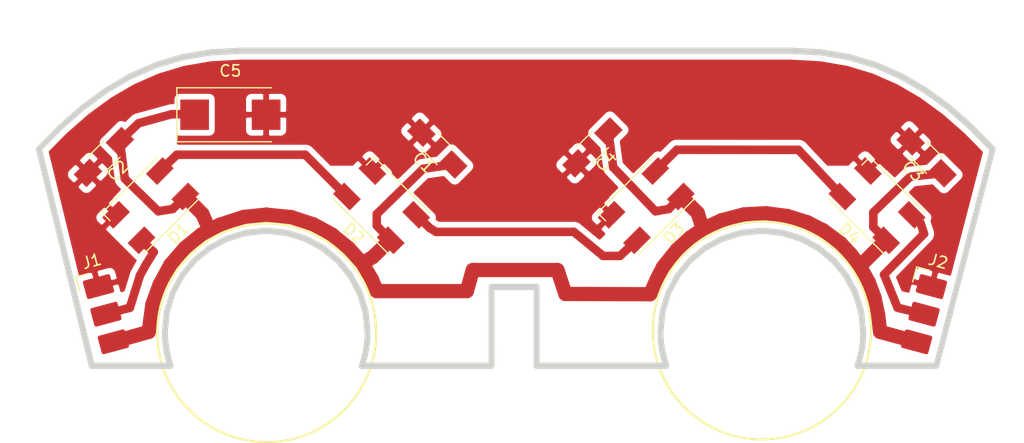
<source format=kicad_pcb>
(kicad_pcb (version 20171130) (host pcbnew "(5.0.0)")

  (general
    (thickness 1.6)
    (drawings 184)
    (tracks 90)
    (zones 0)
    (modules 11)
    (nets 8)
  )

  (page A4)
  (layers
    (0 F.Cu signal)
    (31 B.Cu signal)
    (32 B.Adhes user)
    (33 F.Adhes user)
    (34 B.Paste user)
    (35 F.Paste user)
    (36 B.SilkS user)
    (37 F.SilkS user)
    (38 B.Mask user)
    (39 F.Mask user)
    (40 Dwgs.User user)
    (41 Cmts.User user)
    (42 Eco1.User user)
    (43 Eco2.User user)
    (44 Edge.Cuts user)
    (45 Margin user)
    (46 B.CrtYd user)
    (47 F.CrtYd user)
    (48 B.Fab user)
    (49 F.Fab user)
  )

  (setup
    (last_trace_width 1.27)
    (user_trace_width 0.254)
    (user_trace_width 0.508)
    (user_trace_width 0.762)
    (user_trace_width 1.27)
    (user_trace_width 2.032)
    (user_trace_width 2.54)
    (user_trace_width 3.81)
    (user_trace_width 5.08)
    (trace_clearance 0.5)
    (zone_clearance 0.508)
    (zone_45_only no)
    (trace_min 0.25)
    (segment_width 0.1)
    (edge_width 0.1)
    (via_size 0.6)
    (via_drill 0.4)
    (via_min_size 0.4)
    (via_min_drill 0.3)
    (uvia_size 0.3)
    (uvia_drill 0.1)
    (uvias_allowed no)
    (uvia_min_size 0.2)
    (uvia_min_drill 0.1)
    (pcb_text_width 0.3)
    (pcb_text_size 1.5 1.5)
    (mod_edge_width 0.15)
    (mod_text_size 1 1)
    (mod_text_width 0.15)
    (pad_size 2.5 1.7)
    (pad_drill 0)
    (pad_to_mask_clearance 0.2)
    (aux_axis_origin 0 0)
    (visible_elements 7FFFFFFF)
    (pcbplotparams
      (layerselection 0x00000_7fffffff)
      (usegerberextensions false)
      (usegerberattributes false)
      (usegerberadvancedattributes false)
      (creategerberjobfile false)
      (excludeedgelayer false)
      (linewidth 0.100000)
      (plotframeref false)
      (viasonmask false)
      (mode 1)
      (useauxorigin false)
      (hpglpennumber 1)
      (hpglpenspeed 20)
      (hpglpendiameter 15.000000)
      (psnegative false)
      (psa4output false)
      (plotreference false)
      (plotvalue false)
      (plotinvisibletext false)
      (padsonsilk false)
      (subtractmaskfromsilk false)
      (outputformat 5)
      (mirror false)
      (drillshape 1)
      (scaleselection 1)
      (outputdirectory "./"))
  )

  (net 0 "")
  (net 1 VDD)
  (net 2 GND)
  (net 3 "Net-(D1-Pad4)")
  (net 4 "Net-(D1-Pad2)")
  (net 5 "Net-(D2-Pad2)")
  (net 6 "Net-(D3-Pad2)")
  (net 7 "Net-(D4-Pad2)")

  (net_class Default "This is the default net class."
    (clearance 0.5)
    (trace_width 0.25)
    (via_dia 0.6)
    (via_drill 0.4)
    (uvia_dia 0.3)
    (uvia_drill 0.1)
    (add_net GND)
    (add_net "Net-(D1-Pad2)")
    (add_net "Net-(D1-Pad4)")
    (add_net "Net-(D2-Pad2)")
    (add_net "Net-(D3-Pad2)")
    (add_net "Net-(D4-Pad2)")
    (add_net VDD)
  )

  (module Capacitors_Tantalum_SMD:CP_Tantalum_Case-D_EIA-7343-31_Reflow (layer F.Cu) (tedit 58CC8C08) (tstamp 5B73C801)
    (at 55 33.57)
    (descr "Tantalum capacitor, Case D, EIA 7343-31, 7.3x4.3x2.8mm, Reflow soldering footprint")
    (tags "capacitor tantalum smd")
    (path /5B71DF52)
    (attr smd)
    (fp_text reference C5 (at 0 -3.9) (layer F.SilkS)
      (effects (font (size 1 1) (thickness 0.15)))
    )
    (fp_text value "10 uF" (at 0 3.9) (layer F.Fab)
      (effects (font (size 1 1) (thickness 0.15)))
    )
    (fp_line (start -4.75 -2.4) (end -4.75 2.4) (layer F.SilkS) (width 0.12))
    (fp_line (start -4.75 2.4) (end 3.65 2.4) (layer F.SilkS) (width 0.12))
    (fp_line (start -4.75 -2.4) (end 3.65 -2.4) (layer F.SilkS) (width 0.12))
    (fp_line (start -2.555 -2.15) (end -2.555 2.15) (layer F.Fab) (width 0.1))
    (fp_line (start -2.92 -2.15) (end -2.92 2.15) (layer F.Fab) (width 0.1))
    (fp_line (start 3.65 -2.15) (end -3.65 -2.15) (layer F.Fab) (width 0.1))
    (fp_line (start 3.65 2.15) (end 3.65 -2.15) (layer F.Fab) (width 0.1))
    (fp_line (start -3.65 2.15) (end 3.65 2.15) (layer F.Fab) (width 0.1))
    (fp_line (start -3.65 -2.15) (end -3.65 2.15) (layer F.Fab) (width 0.1))
    (fp_line (start 4.85 -2.5) (end -4.85 -2.5) (layer F.CrtYd) (width 0.05))
    (fp_line (start 4.85 2.5) (end 4.85 -2.5) (layer F.CrtYd) (width 0.05))
    (fp_line (start -4.85 2.5) (end 4.85 2.5) (layer F.CrtYd) (width 0.05))
    (fp_line (start -4.85 -2.5) (end -4.85 2.5) (layer F.CrtYd) (width 0.05))
    (fp_text user %R (at 0 0) (layer F.Fab)
      (effects (font (size 1 1) (thickness 0.15)))
    )
    (pad 2 smd rect (at 3.175 0) (size 2.55 2.7) (layers F.Cu F.Paste F.Mask)
      (net 2 GND))
    (pad 1 smd rect (at -3.175 0) (size 2.55 2.7) (layers F.Cu F.Paste F.Mask)
      (net 1 VDD))
    (model Capacitors_Tantalum_SMD.3dshapes/CP_Tantalum_Case-D_EIA-7343-31.wrl
      (at (xyz 0 0 0))
      (scale (xyz 1 1 1))
      (rotate (xyz 0 0 0))
    )
  )

  (module "Frickelbude Connectors:wire_solder_pads_1x03_2.5x1.7mm_Pitch2.54mm" (layer F.Cu) (tedit 5B708590) (tstamp 5B70F77D)
    (at 117.2574 48.85 345)
    (descr "Wire soldering pads, 1x03, 2.54mm pitch, single row")
    (tags "Wire soldering pads 1x03 2.54mm single row")
    (path /5B1C258B)
    (fp_text reference J2 (at 0 -2.33 345) (layer F.SilkS)
      (effects (font (size 1 1) (thickness 0.15)))
    )
    (fp_text value OUT (at 0 7.41 345) (layer F.Fab)
      (effects (font (size 1 1) (thickness 0.15)))
    )
    (fp_line (start -0.75 -1.25) (end 1.525 -1.25) (layer F.Fab) (width 0.1))
    (fp_line (start 1.525 -1.25) (end 1.525 6.35) (layer F.Fab) (width 0.1))
    (fp_line (start 1.525 6.35) (end -1.55 6.35) (layer F.Fab) (width 0.1))
    (fp_line (start -1.55 6.35) (end -1.55 -0.635) (layer F.Fab) (width 0.1))
    (fp_line (start -1.55 -0.65) (end -0.75 -1.25) (layer F.Fab) (width 0.1))
    (fp_line (start -1.725 0.005) (end -1.725 -1.35) (layer F.SilkS) (width 0.12))
    (fp_line (start -1.725 -1.35) (end -0.525 -1.35) (layer F.SilkS) (width 0.12))
    (fp_line (start -2 -1.8) (end -2 6.85) (layer F.CrtYd) (width 0.05))
    (fp_line (start -2 6.85) (end 2 6.85) (layer F.CrtYd) (width 0.05))
    (fp_line (start 2 6.85) (end 2 -1.8) (layer F.CrtYd) (width 0.05))
    (fp_line (start 2 -1.8) (end -2 -1.8) (layer F.CrtYd) (width 0.05))
    (fp_text user %R (at 0 2.54 75) (layer F.Fab)
      (effects (font (size 1 1) (thickness 0.15)))
    )
    (pad 1 connect roundrect (at 0 0 345) (size 2.5 1.7) (layers F.Cu F.Mask) (roundrect_rratio 0.1)
      (net 2 GND))
    (pad 2 connect roundrect (at 0 2.54 345) (size 2.5 1.7) (layers F.Cu F.Mask) (roundrect_rratio 0.1)
      (net 7 "Net-(D4-Pad2)"))
    (pad 3 connect roundrect (at 0 5.08 345) (size 2.5 1.7) (layers F.Cu F.Mask) (roundrect_rratio 0.1)
      (net 1 VDD))
  )

  (module "Frickelbude Connectors:wire_solder_pads_1x03_2.5x1.7mm_Pitch2.54mm" (layer F.Cu) (tedit 5B70B3F8) (tstamp 5B70F76B)
    (at 43.2926 48.846548 15)
    (descr "Wire soldering pads, 1x03, 2.54mm pitch, single row")
    (tags "Wire soldering pads 1x03 2.54mm single row")
    (path /5B1C2436)
    (fp_text reference J1 (at 0 -2.33 15) (layer F.SilkS)
      (effects (font (size 1 1) (thickness 0.15)))
    )
    (fp_text value IN (at 0 7.41 15) (layer F.Fab)
      (effects (font (size 1 1) (thickness 0.15)))
    )
    (fp_text user %R (at 0 2.54 105) (layer F.Fab)
      (effects (font (size 1 1) (thickness 0.15)))
    )
    (fp_line (start 2 -1.8) (end -2 -1.8) (layer F.CrtYd) (width 0.05))
    (fp_line (start 2 6.85) (end 2 -1.8) (layer F.CrtYd) (width 0.05))
    (fp_line (start -2 6.85) (end 2 6.85) (layer F.CrtYd) (width 0.05))
    (fp_line (start -2 -1.8) (end -2 6.85) (layer F.CrtYd) (width 0.05))
    (fp_line (start -1.725 -1.35) (end -0.525 -1.35) (layer F.SilkS) (width 0.12))
    (fp_line (start -1.725 0.005) (end -1.725 -1.35) (layer F.SilkS) (width 0.12))
    (fp_line (start -1.55 -0.65) (end -0.75 -1.25) (layer F.Fab) (width 0.1))
    (fp_line (start -1.55 6.35) (end -1.55 -0.635) (layer F.Fab) (width 0.1))
    (fp_line (start 1.525 6.35) (end -1.55 6.35) (layer F.Fab) (width 0.1))
    (fp_line (start 1.525 -1.25) (end 1.525 6.35) (layer F.Fab) (width 0.1))
    (fp_line (start -0.75 -1.25) (end 1.525 -1.25) (layer F.Fab) (width 0.1))
    (pad 3 connect roundrect (at 0 5.08 15) (size 2.5 1.7) (layers F.Cu F.Mask) (roundrect_rratio 0.1)
      (net 1 VDD))
    (pad 2 connect roundrect (at 0 2.54 15) (size 2.5 1.7) (layers F.Cu F.Mask) (roundrect_rratio 0.1)
      (net 3 "Net-(D1-Pad4)"))
    (pad 1 connect roundrect (at 0 0 15) (size 2.5 1.7) (layers F.Cu F.Mask) (roundrect_rratio 0.1)
      (net 2 GND))
  )

  (module "Sparkfun LEDs:LED_WS2812B-PLCC4_HandSoldering" (layer F.Cu) (tedit 5B688BAD) (tstamp 5B70F757)
    (at 112.425 41.65 135)
    (descr http://www.world-semi.com/uploads/soft/150522/1-150522091P5.pdf)
    (tags "LED NeoPixel")
    (path /5B1C1601)
    (attr smd)
    (fp_text reference D4 (at 0 -3.5 135) (layer F.SilkS)
      (effects (font (size 1 1) (thickness 0.15)))
    )
    (fp_text value WS2812B (at 0 4 135) (layer F.Fab)
      (effects (font (size 1 1) (thickness 0.15)))
    )
    (fp_line (start 3.75 -2.85) (end -3.75 -2.85) (layer F.CrtYd) (width 0.05))
    (fp_line (start 3.75 2.85) (end 3.75 -2.85) (layer F.CrtYd) (width 0.05))
    (fp_line (start -3.75 2.85) (end 3.75 2.85) (layer F.CrtYd) (width 0.05))
    (fp_line (start -3.75 -2.85) (end -3.75 2.85) (layer F.CrtYd) (width 0.05))
    (fp_line (start 2.5 1.5) (end 1.5 2.5) (layer F.Fab) (width 0.1))
    (fp_line (start -2.5 -2.5) (end -2.5 2.5) (layer F.Fab) (width 0.1))
    (fp_line (start -2.5 2.5) (end 2.5 2.5) (layer F.Fab) (width 0.1))
    (fp_line (start 2.5 2.5) (end 2.5 -2.5) (layer F.Fab) (width 0.1))
    (fp_line (start 2.5 -2.5) (end -2.5 -2.5) (layer F.Fab) (width 0.1))
    (fp_line (start -3.5 -2.6) (end 3.5 -2.6) (layer F.SilkS) (width 0.12))
    (fp_line (start -3.5 2.6) (end 3.5 2.6) (layer F.SilkS) (width 0.12))
    (fp_line (start 3.5 2.6) (end 3.5 1.6) (layer F.SilkS) (width 0.12))
    (fp_circle (center 0 0) (end 0 -2) (layer F.Fab) (width 0.1))
    (pad 3 smd rect (at 2.5 1.6 135) (size 2.1 1.4) (drill (offset 0.25 0)) (layers F.Cu F.Paste F.Mask)
      (net 2 GND))
    (pad 4 smd rect (at 2.5 -1.6 135) (size 2.1 1.4) (drill (offset 0.25 0)) (layers F.Cu F.Paste F.Mask)
      (net 6 "Net-(D3-Pad2)"))
    (pad 2 smd rect (at -2.5 1.6 135) (size 2.1 1.4) (drill (offset -0.25 0)) (layers F.Cu F.Paste F.Mask)
      (net 7 "Net-(D4-Pad2)"))
    (pad 1 smd rect (at -2.5 -1.6 135) (size 2.1 1.4) (drill (offset -0.25 0)) (layers F.Cu F.Paste F.Mask)
      (net 1 VDD))
    (model ${KISYS3DMOD}/LEDs.3dshapes/LED_WS2812B-PLCC4.wrl
      (at (xyz 0 0 0))
      (scale (xyz 0.39 0.39 0.39))
      (rotate (xyz 0 0 180))
    )
  )

  (module "Sparkfun LEDs:LED_WS2812B-PLCC4_HandSoldering" (layer F.Cu) (tedit 5B688BAD) (tstamp 5B70F743)
    (at 91.925 41.65 225)
    (descr http://www.world-semi.com/uploads/soft/150522/1-150522091P5.pdf)
    (tags "LED NeoPixel")
    (path /5B1C15C2)
    (attr smd)
    (fp_text reference D3 (at 0 -3.5 225) (layer F.SilkS)
      (effects (font (size 1 1) (thickness 0.15)))
    )
    (fp_text value WS2812B (at 0 4 225) (layer F.Fab)
      (effects (font (size 1 1) (thickness 0.15)))
    )
    (fp_circle (center 0 0) (end 0 -2) (layer F.Fab) (width 0.1))
    (fp_line (start 3.5 2.6) (end 3.5 1.6) (layer F.SilkS) (width 0.12))
    (fp_line (start -3.5 2.6) (end 3.5 2.6) (layer F.SilkS) (width 0.12))
    (fp_line (start -3.5 -2.6) (end 3.5 -2.6) (layer F.SilkS) (width 0.12))
    (fp_line (start 2.5 -2.5) (end -2.5 -2.5) (layer F.Fab) (width 0.1))
    (fp_line (start 2.5 2.5) (end 2.5 -2.5) (layer F.Fab) (width 0.1))
    (fp_line (start -2.5 2.5) (end 2.5 2.5) (layer F.Fab) (width 0.1))
    (fp_line (start -2.5 -2.5) (end -2.5 2.5) (layer F.Fab) (width 0.1))
    (fp_line (start 2.5 1.5) (end 1.5 2.5) (layer F.Fab) (width 0.1))
    (fp_line (start -3.75 -2.85) (end -3.75 2.85) (layer F.CrtYd) (width 0.05))
    (fp_line (start -3.75 2.85) (end 3.75 2.85) (layer F.CrtYd) (width 0.05))
    (fp_line (start 3.75 2.85) (end 3.75 -2.85) (layer F.CrtYd) (width 0.05))
    (fp_line (start 3.75 -2.85) (end -3.75 -2.85) (layer F.CrtYd) (width 0.05))
    (pad 1 smd rect (at -2.5 -1.6 225) (size 2.1 1.4) (drill (offset -0.25 0)) (layers F.Cu F.Paste F.Mask)
      (net 1 VDD))
    (pad 2 smd rect (at -2.5 1.6 225) (size 2.1 1.4) (drill (offset -0.25 0)) (layers F.Cu F.Paste F.Mask)
      (net 6 "Net-(D3-Pad2)"))
    (pad 4 smd rect (at 2.5 -1.6 225) (size 2.1 1.4) (drill (offset 0.25 0)) (layers F.Cu F.Paste F.Mask)
      (net 5 "Net-(D2-Pad2)"))
    (pad 3 smd rect (at 2.5 1.6 225) (size 2.1 1.4) (drill (offset 0.25 0)) (layers F.Cu F.Paste F.Mask)
      (net 2 GND))
    (model ${KISYS3DMOD}/LEDs.3dshapes/LED_WS2812B-PLCC4.wrl
      (at (xyz 0 0 0))
      (scale (xyz 0.39 0.39 0.39))
      (rotate (xyz 0 0 180))
    )
  )

  (module "Sparkfun LEDs:LED_WS2812B-PLCC4_HandSoldering" (layer F.Cu) (tedit 5B688BAD) (tstamp 5B70F72F)
    (at 68.425 41.65 135)
    (descr http://www.world-semi.com/uploads/soft/150522/1-150522091P5.pdf)
    (tags "LED NeoPixel")
    (path /5B1C158A)
    (attr smd)
    (fp_text reference D2 (at 0 -3.5 135) (layer F.SilkS)
      (effects (font (size 1 1) (thickness 0.15)))
    )
    (fp_text value WS2812B (at 0 4 135) (layer F.Fab)
      (effects (font (size 1 1) (thickness 0.15)))
    )
    (fp_line (start 3.75 -2.85) (end -3.75 -2.85) (layer F.CrtYd) (width 0.05))
    (fp_line (start 3.75 2.85) (end 3.75 -2.85) (layer F.CrtYd) (width 0.05))
    (fp_line (start -3.75 2.85) (end 3.75 2.85) (layer F.CrtYd) (width 0.05))
    (fp_line (start -3.75 -2.85) (end -3.75 2.85) (layer F.CrtYd) (width 0.05))
    (fp_line (start 2.5 1.5) (end 1.5 2.5) (layer F.Fab) (width 0.1))
    (fp_line (start -2.5 -2.5) (end -2.5 2.5) (layer F.Fab) (width 0.1))
    (fp_line (start -2.5 2.5) (end 2.5 2.5) (layer F.Fab) (width 0.1))
    (fp_line (start 2.5 2.5) (end 2.5 -2.5) (layer F.Fab) (width 0.1))
    (fp_line (start 2.5 -2.5) (end -2.5 -2.5) (layer F.Fab) (width 0.1))
    (fp_line (start -3.5 -2.6) (end 3.5 -2.6) (layer F.SilkS) (width 0.12))
    (fp_line (start -3.5 2.6) (end 3.5 2.6) (layer F.SilkS) (width 0.12))
    (fp_line (start 3.5 2.6) (end 3.5 1.6) (layer F.SilkS) (width 0.12))
    (fp_circle (center 0 0) (end 0 -2.000001) (layer F.Fab) (width 0.1))
    (pad 3 smd rect (at 2.5 1.6 135) (size 2.1 1.4) (drill (offset 0.25 0)) (layers F.Cu F.Paste F.Mask)
      (net 2 GND))
    (pad 4 smd rect (at 2.5 -1.6 135) (size 2.1 1.4) (drill (offset 0.25 0)) (layers F.Cu F.Paste F.Mask)
      (net 4 "Net-(D1-Pad2)"))
    (pad 2 smd rect (at -2.5 1.6 135) (size 2.1 1.4) (drill (offset -0.25 0)) (layers F.Cu F.Paste F.Mask)
      (net 5 "Net-(D2-Pad2)"))
    (pad 1 smd rect (at -2.5 -1.6 135) (size 2.1 1.4) (drill (offset -0.25 0)) (layers F.Cu F.Paste F.Mask)
      (net 1 VDD))
    (model ${KISYS3DMOD}/LEDs.3dshapes/LED_WS2812B-PLCC4.wrl
      (at (xyz 0 0 0))
      (scale (xyz 0.39 0.39 0.39))
      (rotate (xyz 0 0 180))
    )
  )

  (module "Sparkfun LEDs:LED_WS2812B-PLCC4_HandSoldering" (layer F.Cu) (tedit 5B688BAD) (tstamp 5B70F71B)
    (at 47.925 41.65 225)
    (descr http://www.world-semi.com/uploads/soft/150522/1-150522091P5.pdf)
    (tags "LED NeoPixel")
    (path /5B1C153C)
    (attr smd)
    (fp_text reference D1 (at 0 -3.5 225) (layer F.SilkS)
      (effects (font (size 1 1) (thickness 0.15)))
    )
    (fp_text value WS2812B (at 0 4 225) (layer F.Fab)
      (effects (font (size 1 1) (thickness 0.15)))
    )
    (fp_circle (center 0 0) (end 0 -2.000001) (layer F.Fab) (width 0.1))
    (fp_line (start 3.5 2.6) (end 3.5 1.6) (layer F.SilkS) (width 0.12))
    (fp_line (start -3.5 2.6) (end 3.5 2.6) (layer F.SilkS) (width 0.12))
    (fp_line (start -3.5 -2.6) (end 3.5 -2.6) (layer F.SilkS) (width 0.12))
    (fp_line (start 2.5 -2.5) (end -2.5 -2.5) (layer F.Fab) (width 0.1))
    (fp_line (start 2.5 2.5) (end 2.5 -2.5) (layer F.Fab) (width 0.1))
    (fp_line (start -2.5 2.5) (end 2.5 2.5) (layer F.Fab) (width 0.1))
    (fp_line (start -2.5 -2.5) (end -2.5 2.5) (layer F.Fab) (width 0.1))
    (fp_line (start 2.5 1.5) (end 1.5 2.5) (layer F.Fab) (width 0.1))
    (fp_line (start -3.75 -2.85) (end -3.75 2.85) (layer F.CrtYd) (width 0.05))
    (fp_line (start -3.75 2.85) (end 3.75 2.85) (layer F.CrtYd) (width 0.05))
    (fp_line (start 3.75 2.85) (end 3.75 -2.85) (layer F.CrtYd) (width 0.05))
    (fp_line (start 3.75 -2.85) (end -3.75 -2.85) (layer F.CrtYd) (width 0.05))
    (pad 1 smd rect (at -2.5 -1.6 225) (size 2.1 1.4) (drill (offset -0.25 0)) (layers F.Cu F.Paste F.Mask)
      (net 1 VDD))
    (pad 2 smd rect (at -2.5 1.6 225) (size 2.1 1.4) (drill (offset -0.25 0)) (layers F.Cu F.Paste F.Mask)
      (net 4 "Net-(D1-Pad2)"))
    (pad 4 smd rect (at 2.5 -1.6 225) (size 2.1 1.4) (drill (offset 0.25 0)) (layers F.Cu F.Paste F.Mask)
      (net 3 "Net-(D1-Pad4)"))
    (pad 3 smd rect (at 2.5 1.6 225) (size 2.1 1.4) (drill (offset 0.25 0)) (layers F.Cu F.Paste F.Mask)
      (net 2 GND))
    (model ${KISYS3DMOD}/LEDs.3dshapes/LED_WS2812B-PLCC4.wrl
      (at (xyz 0 0 0))
      (scale (xyz 0.39 0.39 0.39))
      (rotate (xyz 0 0 180))
    )
  )

  (module Capacitors_SMD:C_1206_HandSoldering (layer F.Cu) (tedit 58AA84D1) (tstamp 5B1D3EA0)
    (at 73.375 36.575 135)
    (descr "Capacitor SMD 1206, hand soldering")
    (tags "capacitor 1206")
    (path /5B1C1C20)
    (attr smd)
    (fp_text reference C1 (at 0 -1.75 135) (layer F.SilkS)
      (effects (font (size 1 1) (thickness 0.15)))
    )
    (fp_text value 0.1 (at 0 2 135) (layer F.Fab)
      (effects (font (size 1 1) (thickness 0.15)))
    )
    (fp_text user %R (at 0 -1.75 135) (layer F.Fab)
      (effects (font (size 1 1) (thickness 0.15)))
    )
    (fp_line (start -1.6 0.8) (end -1.6 -0.8) (layer F.Fab) (width 0.1))
    (fp_line (start 1.6 0.8) (end -1.6 0.8) (layer F.Fab) (width 0.1))
    (fp_line (start 1.6 -0.8) (end 1.6 0.8) (layer F.Fab) (width 0.1))
    (fp_line (start -1.6 -0.8) (end 1.6 -0.8) (layer F.Fab) (width 0.1))
    (fp_line (start 1 -1.02) (end -1 -1.02) (layer F.SilkS) (width 0.12))
    (fp_line (start -1 1.02) (end 1 1.02) (layer F.SilkS) (width 0.12))
    (fp_line (start -3.25 -1.05) (end 3.25 -1.05) (layer F.CrtYd) (width 0.05))
    (fp_line (start -3.25 -1.05) (end -3.25 1.05) (layer F.CrtYd) (width 0.05))
    (fp_line (start 3.25 1.05) (end 3.25 -1.05) (layer F.CrtYd) (width 0.05))
    (fp_line (start 3.25 1.05) (end -3.25 1.05) (layer F.CrtYd) (width 0.05))
    (pad 1 smd rect (at -2.000001 0 135) (size 2 1.6) (layers F.Cu F.Paste F.Mask)
      (net 1 VDD))
    (pad 2 smd rect (at 2.000001 0 135) (size 2 1.6) (layers F.Cu F.Paste F.Mask)
      (net 2 GND))
    (model Capacitors_SMD.3dshapes/C_1206.wrl
      (at (xyz 0 0 0))
      (scale (xyz 1 1 1))
      (rotate (xyz 0 0 0))
    )
  )

  (module Capacitors_SMD:C_1206_HandSoldering (layer F.Cu) (tedit 58AA84D1) (tstamp 5B1D3EA6)
    (at 43.775 37.325 225)
    (descr "Capacitor SMD 1206, hand soldering")
    (tags "capacitor 1206")
    (path /5B1D1501)
    (attr smd)
    (fp_text reference C2 (at 0 -1.75 225) (layer F.SilkS)
      (effects (font (size 1 1) (thickness 0.15)))
    )
    (fp_text value 0.1 (at 0 2 225) (layer F.Fab)
      (effects (font (size 1 1) (thickness 0.15)))
    )
    (fp_text user %R (at 0 -1.75 225) (layer F.Fab)
      (effects (font (size 1 1) (thickness 0.15)))
    )
    (fp_line (start -1.6 0.8) (end -1.6 -0.8) (layer F.Fab) (width 0.1))
    (fp_line (start 1.6 0.8) (end -1.6 0.8) (layer F.Fab) (width 0.1))
    (fp_line (start 1.6 -0.8) (end 1.6 0.8) (layer F.Fab) (width 0.1))
    (fp_line (start -1.6 -0.8) (end 1.6 -0.8) (layer F.Fab) (width 0.1))
    (fp_line (start 1 -1.02) (end -1 -1.02) (layer F.SilkS) (width 0.12))
    (fp_line (start -1 1.02) (end 1 1.02) (layer F.SilkS) (width 0.12))
    (fp_line (start -3.25 -1.05) (end 3.25 -1.05) (layer F.CrtYd) (width 0.05))
    (fp_line (start -3.25 -1.05) (end -3.25 1.05) (layer F.CrtYd) (width 0.05))
    (fp_line (start 3.25 1.05) (end 3.25 -1.05) (layer F.CrtYd) (width 0.05))
    (fp_line (start 3.25 1.05) (end -3.25 1.05) (layer F.CrtYd) (width 0.05))
    (pad 1 smd rect (at -2.000001 0 225) (size 2 1.6) (layers F.Cu F.Paste F.Mask)
      (net 1 VDD))
    (pad 2 smd rect (at 2.000001 0 225) (size 2 1.6) (layers F.Cu F.Paste F.Mask)
      (net 2 GND))
    (model Capacitors_SMD.3dshapes/C_1206.wrl
      (at (xyz 0 0 0))
      (scale (xyz 1 1 1))
      (rotate (xyz 0 0 0))
    )
  )

  (module Capacitors_SMD:C_1206_HandSoldering (layer F.Cu) (tedit 58AA84D1) (tstamp 5B1D3EAC)
    (at 116.825 37.35 135)
    (descr "Capacitor SMD 1206, hand soldering")
    (tags "capacitor 1206")
    (path /5B1D1564)
    (attr smd)
    (fp_text reference C3 (at 0 -1.75 135) (layer F.SilkS)
      (effects (font (size 1 1) (thickness 0.15)))
    )
    (fp_text value 0.1 (at 0 2 135) (layer F.Fab)
      (effects (font (size 1 1) (thickness 0.15)))
    )
    (fp_text user %R (at 0 -1.75 135) (layer F.Fab)
      (effects (font (size 1 1) (thickness 0.15)))
    )
    (fp_line (start -1.6 0.8) (end -1.6 -0.8) (layer F.Fab) (width 0.1))
    (fp_line (start 1.6 0.8) (end -1.6 0.8) (layer F.Fab) (width 0.1))
    (fp_line (start 1.6 -0.8) (end 1.6 0.8) (layer F.Fab) (width 0.1))
    (fp_line (start -1.6 -0.8) (end 1.6 -0.8) (layer F.Fab) (width 0.1))
    (fp_line (start 1 -1.02) (end -1 -1.02) (layer F.SilkS) (width 0.12))
    (fp_line (start -1 1.02) (end 1 1.02) (layer F.SilkS) (width 0.12))
    (fp_line (start -3.25 -1.05) (end 3.25 -1.05) (layer F.CrtYd) (width 0.05))
    (fp_line (start -3.25 -1.05) (end -3.25 1.05) (layer F.CrtYd) (width 0.05))
    (fp_line (start 3.25 1.05) (end 3.25 -1.05) (layer F.CrtYd) (width 0.05))
    (fp_line (start 3.25 1.05) (end -3.25 1.05) (layer F.CrtYd) (width 0.05))
    (pad 1 smd rect (at -2.000001 0 135) (size 2 1.6) (layers F.Cu F.Paste F.Mask)
      (net 1 VDD))
    (pad 2 smd rect (at 2.000001 0 135) (size 2 1.6) (layers F.Cu F.Paste F.Mask)
      (net 2 GND))
    (model Capacitors_SMD.3dshapes/C_1206.wrl
      (at (xyz 0 0 0))
      (scale (xyz 1 1 1))
      (rotate (xyz 0 0 0))
    )
  )

  (module Capacitors_SMD:C_1206_HandSoldering (layer F.Cu) (tedit 58AA84D1) (tstamp 5B1D3EB2)
    (at 87.15 36.475 225)
    (descr "Capacitor SMD 1206, hand soldering")
    (tags "capacitor 1206")
    (path /5B1D15B3)
    (attr smd)
    (fp_text reference C4 (at 0 -1.75 225) (layer F.SilkS)
      (effects (font (size 1 1) (thickness 0.15)))
    )
    (fp_text value 0.1 (at 0 2 225) (layer F.Fab)
      (effects (font (size 1 1) (thickness 0.15)))
    )
    (fp_text user %R (at 0 -1.75 225) (layer F.Fab)
      (effects (font (size 1 1) (thickness 0.15)))
    )
    (fp_line (start -1.6 0.8) (end -1.6 -0.8) (layer F.Fab) (width 0.1))
    (fp_line (start 1.6 0.8) (end -1.6 0.8) (layer F.Fab) (width 0.1))
    (fp_line (start 1.6 -0.8) (end 1.6 0.8) (layer F.Fab) (width 0.1))
    (fp_line (start -1.6 -0.8) (end 1.6 -0.8) (layer F.Fab) (width 0.1))
    (fp_line (start 1 -1.02) (end -1 -1.02) (layer F.SilkS) (width 0.12))
    (fp_line (start -1 1.02) (end 1 1.02) (layer F.SilkS) (width 0.12))
    (fp_line (start -3.25 -1.05) (end 3.25 -1.05) (layer F.CrtYd) (width 0.05))
    (fp_line (start -3.25 -1.05) (end -3.25 1.05) (layer F.CrtYd) (width 0.05))
    (fp_line (start 3.25 1.05) (end 3.25 -1.05) (layer F.CrtYd) (width 0.05))
    (fp_line (start 3.25 1.05) (end -3.25 1.05) (layer F.CrtYd) (width 0.05))
    (pad 1 smd rect (at -2.000001 0 225) (size 2 1.6) (layers F.Cu F.Paste F.Mask)
      (net 1 VDD))
    (pad 2 smd rect (at 2.000001 0 225) (size 2 1.6) (layers F.Cu F.Paste F.Mask)
      (net 2 GND))
    (model Capacitors_SMD.3dshapes/C_1206.wrl
      (at (xyz 0 0 0))
      (scale (xyz 1 1 1))
      (rotate (xyz 0 0 0))
    )
  )

  (gr_circle (center 102.2 52.75) (end 111.886614 52.75) (layer F.SilkS) (width 0.2))
  (gr_circle (center 58.23 52.95) (end 67.951008 52.95) (layer F.SilkS) (width 0.2))
  (gr_line (start 118.7453 32.9292) (end 116.6988 31.4313) (layer Edge.Cuts) (width 0.5))
  (gr_line (start 49.299 54.4551) (end 49.2419 54.0769) (layer Edge.Cuts) (width 0.5))
  (gr_line (start 49.3716 54.8279) (end 49.299 54.4551) (layer Edge.Cuts) (width 0.5))
  (gr_line (start 116.6988 31.4313) (end 114.5699 30.1867) (layer Edge.Cuts) (width 0.5))
  (gr_line (start 53.1952 28.0578) (end 50.6876 28.4915) (layer Edge.Cuts) (width 0.5))
  (gr_line (start 49.4594 55.1952) (end 49.3716 54.8279) (layer Edge.Cuts) (width 0.5))
  (gr_line (start 41.9195 32.9292) (end 39.9336 34.672) (layer Edge.Cuts) (width 0.5))
  (gr_line (start 49.6791 55.9113) (end 49.562 55.5564) (layer Edge.Cuts) (width 0.5))
  (gr_line (start 49.562 55.5564) (end 49.4594 55.1952) (layer Edge.Cuts) (width 0.5))
  (gr_line (start 39.9336 34.672) (end 37.9864 36.6512) (layer Edge.Cuts) (width 0.5))
  (gr_line (start 48.3282 29.2039) (end 46.0949 30.1867) (layer Edge.Cuts) (width 0.5))
  (gr_line (start 107.4696 28.0578) (end 104.792 27.9113) (layer Edge.Cuts) (width 0.5))
  (gr_line (start 37.9864 36.6512) (end 42.6784 55.9113) (layer Edge.Cuts) (width 0.5))
  (gr_line (start 42.6784 55.9113) (end 49.6791 55.9113) (layer Edge.Cuts) (width 0.5))
  (gr_line (start 43.966 31.4313) (end 41.9195 32.9292) (layer Edge.Cuts) (width 0.5))
  (gr_line (start 46.0949 30.1867) (end 43.966 31.4313) (layer Edge.Cuts) (width 0.5))
  (gr_line (start 50.6876 28.4915) (end 48.3282 29.2039) (layer Edge.Cuts) (width 0.5))
  (gr_line (start 120.7312 34.672) (end 118.7453 32.9292) (layer Edge.Cuts) (width 0.5))
  (gr_line (start 55.8728 27.9113) (end 53.1952 28.0578) (layer Edge.Cuts) (width 0.5))
  (gr_line (start 104.792 27.9113) (end 55.8728 27.9113) (layer Edge.Cuts) (width 0.5))
  (gr_line (start 109.9772 28.4915) (end 107.4696 28.0578) (layer Edge.Cuts) (width 0.5))
  (gr_line (start 112.3366 29.2039) (end 109.9772 28.4915) (layer Edge.Cuts) (width 0.5))
  (gr_line (start 114.5699 30.1867) (end 112.3366 29.2039) (layer Edge.Cuts) (width 0.5))
  (gr_line (start 93.5738 55.5558) (end 93.4711 55.1943) (layer Edge.Cuts) (width 0.5))
  (gr_line (start 93.6911 55.9109) (end 93.5738 55.5558) (layer Edge.Cuts) (width 0.5))
  (gr_line (start 78.1814 55.9111) (end 78.1784 48.9113) (layer Edge.Cuts) (width 0.5))
  (gr_line (start 66.875 55.1951) (end 66.7724 55.5563) (layer Edge.Cuts) (width 0.5))
  (gr_line (start 66.9628 54.8279) (end 66.875 55.1951) (layer Edge.Cuts) (width 0.5))
  (gr_line (start 67.0925 54.0769) (end 67.0354 54.455) (layer Edge.Cuts) (width 0.5))
  (gr_line (start 64.5312 46.5498) (end 65.6302 47.8818) (layer Edge.Cuts) (width 0.5))
  (gr_line (start 63.1992 45.4508) (end 64.5312 46.5498) (layer Edge.Cuts) (width 0.5))
  (gr_line (start 67.1672 52.9138) (end 67.1588 53.3059) (layer Edge.Cuts) (width 0.5))
  (gr_line (start 66.9844 51.1) (end 67.1672 52.9138) (layer Edge.Cuts) (width 0.5))
  (gr_line (start 65.6302 47.8818) (end 66.4599 49.4106) (layer Edge.Cuts) (width 0.5))
  (gr_line (start 61.6704 44.6211) (end 63.1992 45.4508) (layer Edge.Cuts) (width 0.5))
  (gr_line (start 66.6553 55.9112) (end 78.1814 55.9111) (layer Edge.Cuts) (width 0.5))
  (gr_line (start 67.1588 53.3059) (end 67.1338 53.6937) (layer Edge.Cuts) (width 0.5))
  (gr_line (start 67.0354 54.455) (end 66.9628 54.8279) (layer Edge.Cuts) (width 0.5))
  (gr_line (start 67.1338 53.6937) (end 67.0925 54.0769) (layer Edge.Cuts) (width 0.5))
  (gr_line (start 78.1784 48.9113) (end 82.1784 48.9113) (layer Edge.Cuts) (width 0.5))
  (gr_line (start 82.1833 55.9111) (end 93.6911 55.9109) (layer Edge.Cuts) (width 0.5))
  (gr_line (start 82.1784 48.9113) (end 82.1833 55.9111) (layer Edge.Cuts) (width 0.5))
  (gr_line (start 59.981 44.0966) (end 61.6704 44.6211) (layer Edge.Cuts) (width 0.5))
  (gr_line (start 58.1672 43.9138) (end 59.981 44.0966) (layer Edge.Cuts) (width 0.5))
  (gr_line (start 66.4599 49.4106) (end 66.9844 51.1) (layer Edge.Cuts) (width 0.5))
  (gr_line (start 66.7724 55.5563) (end 66.6553 55.9112) (layer Edge.Cuts) (width 0.5))
  (gr_line (start 93.1868 53.3037) (end 93.1784 52.9113) (layer Edge.Cuts) (width 0.5))
  (gr_line (start 100.3646 44.0941) (end 102.1784 43.9113) (layer Edge.Cuts) (width 0.5))
  (gr_line (start 94.7154 47.8793) (end 95.8144 46.5473) (layer Edge.Cuts) (width 0.5))
  (gr_line (start 93.1784 52.9113) (end 93.3612 51.0975) (layer Edge.Cuts) (width 0.5))
  (gr_line (start 93.2119 53.6918) (end 93.1868 53.3037) (layer Edge.Cuts) (width 0.5))
  (gr_line (start 93.3104 54.4537) (end 93.2532 54.0752) (layer Edge.Cuts) (width 0.5))
  (gr_line (start 93.3831 54.8268) (end 93.3104 54.4537) (layer Edge.Cuts) (width 0.5))
  (gr_line (start 93.4711 55.1943) (end 93.3831 54.8268) (layer Edge.Cuts) (width 0.5))
  (gr_line (start 107.2104 45.4483) (end 108.5424 46.5473) (layer Edge.Cuts) (width 0.5))
  (gr_line (start 93.2532 54.0752) (end 93.2119 53.6918) (layer Edge.Cuts) (width 0.5))
  (gr_line (start 111.1784 52.9113) (end 111.17 53.3037) (layer Edge.Cuts) (width 0.5))
  (gr_line (start 105.6816 44.6186) (end 107.2104 45.4483) (layer Edge.Cuts) (width 0.5))
  (gr_line (start 110.9956 51.0975) (end 111.1784 52.9113) (layer Edge.Cuts) (width 0.5))
  (gr_line (start 110.4711 49.4081) (end 110.9956 51.0975) (layer Edge.Cuts) (width 0.5))
  (gr_line (start 98.6752 44.6186) (end 100.3646 44.0941) (layer Edge.Cuts) (width 0.5))
  (gr_line (start 93.3612 51.0975) (end 93.8857 49.4081) (layer Edge.Cuts) (width 0.5))
  (gr_line (start 109.6414 47.8793) (end 110.4711 49.4081) (layer Edge.Cuts) (width 0.5))
  (gr_line (start 108.5424 46.5473) (end 109.6414 47.8793) (layer Edge.Cuts) (width 0.5))
  (gr_line (start 97.1464 45.4483) (end 98.6752 44.6186) (layer Edge.Cuts) (width 0.5))
  (gr_line (start 95.8144 46.5473) (end 97.1464 45.4483) (layer Edge.Cuts) (width 0.5))
  (gr_line (start 103.9922 44.0941) (end 105.6816 44.6186) (layer Edge.Cuts) (width 0.5))
  (gr_line (start 102.1784 43.9113) (end 103.9922 44.0941) (layer Edge.Cuts) (width 0.5))
  (gr_line (start 93.8857 49.4081) (end 94.7154 47.8793) (layer Edge.Cuts) (width 0.5))
  (gr_line (start 110.8857 55.1944) (end 110.7829 55.5559) (layer Edge.Cuts) (width 0.5))
  (gr_line (start 111.1449 53.6918) (end 111.1036 54.0753) (layer Edge.Cuts) (width 0.5))
  (gr_line (start 111.0464 54.4538) (end 110.9736 54.8269) (layer Edge.Cuts) (width 0.5))
  (gr_line (start 110.6657 55.9111) (end 110.6657 55.9111) (layer Edge.Cuts) (width 0.5))
  (gr_line (start 111.17 53.3037) (end 111.1449 53.6918) (layer Edge.Cuts) (width 0.5))
  (gr_line (start 111.1036 54.0753) (end 111.0464 54.4538) (layer Edge.Cuts) (width 0.5))
  (gr_line (start 110.7829 55.5559) (end 110.6657 55.9111) (layer Edge.Cuts) (width 0.5))
  (gr_line (start 110.9736 54.8269) (end 110.8857 55.1944) (layer Edge.Cuts) (width 0.5))
  (gr_line (start 110.6657 55.9111) (end 117.6784 55.9113) (layer Edge.Cuts) (width 0.5))
  (gr_line (start 122.6784 36.6512) (end 120.7312 34.672) (layer Edge.Cuts) (width 0.5))
  (gr_line (start 117.6784 55.9113) (end 122.6784 36.6512) (layer Edge.Cuts) (width 0.5))
  (gr_line (start 51.8032 46.5498) (end 53.1352 45.4508) (layer Edge.Cuts) (width 0.5))
  (gr_line (start 50.7042 47.8818) (end 51.8032 46.5498) (layer Edge.Cuts) (width 0.5))
  (gr_line (start 49.1756 53.3059) (end 49.1672 52.9138) (layer Edge.Cuts) (width 0.5))
  (gr_line (start 49.2419 54.0769) (end 49.2006 53.6937) (layer Edge.Cuts) (width 0.5))
  (gr_line (start 49.1672 52.9138) (end 49.35 51.1) (layer Edge.Cuts) (width 0.5))
  (gr_line (start 56.3534 44.0966) (end 58.1672 43.9138) (layer Edge.Cuts) (width 0.5))
  (gr_line (start 49.2006 53.6937) (end 49.1756 53.3059) (layer Edge.Cuts) (width 0.5))
  (gr_line (start 49.8745 49.4106) (end 50.7042 47.8818) (layer Edge.Cuts) (width 0.5))
  (gr_line (start 54.664 44.6211) (end 56.3534 44.0966) (layer Edge.Cuts) (width 0.5))
  (gr_line (start 53.1352 45.4508) (end 54.664 44.6211) (layer Edge.Cuts) (width 0.5))
  (gr_line (start 49.35 51.1) (end 49.8745 49.4106) (layer Edge.Cuts) (width 0.5))
  (gr_line (start 118.7796 32.8681) (end 116.7331 31.3702) (layer Edge.Cuts) (width 0.5))
  (gr_line (start 48.3625 29.1428) (end 46.1292 30.1256) (layer Edge.Cuts) (width 0.5))
  (gr_line (start 50.7219 28.4304) (end 48.3625 29.1428) (layer Edge.Cuts) (width 0.5))
  (gr_line (start 55.9071 27.8502) (end 53.2295 27.9967) (layer Edge.Cuts) (width 0.5))
  (gr_line (start 104.8263 27.8502) (end 55.9071 27.8502) (layer Edge.Cuts) (width 0.5))
  (gr_line (start 110.0115 28.4304) (end 107.5039 27.9967) (layer Edge.Cuts) (width 0.5))
  (gr_line (start 114.6042 30.1256) (end 112.3709 29.1428) (layer Edge.Cuts) (width 0.5))
  (gr_line (start 107.5039 27.9967) (end 104.8263 27.8502) (layer Edge.Cuts) (width 0.5))
  (gr_line (start 53.2295 27.9967) (end 50.7219 28.4304) (layer Edge.Cuts) (width 0.5))
  (gr_line (start 116.7331 31.3702) (end 114.6042 30.1256) (layer Edge.Cuts) (width 0.5))
  (gr_line (start 112.3709 29.1428) (end 110.0115 28.4304) (layer Edge.Cuts) (width 0.5))
  (gr_line (start 49.4059 54.7668) (end 49.3333 54.394) (layer Edge.Cuts) (width 0.5))
  (gr_line (start 44.0003 31.3702) (end 41.9538 32.8681) (layer Edge.Cuts) (width 0.5))
  (gr_line (start 49.4937 55.1341) (end 49.4059 54.7668) (layer Edge.Cuts) (width 0.5))
  (gr_line (start 49.5963 55.4953) (end 49.4937 55.1341) (layer Edge.Cuts) (width 0.5))
  (gr_line (start 42.7127 55.8502) (end 49.7134 55.8502) (layer Edge.Cuts) (width 0.5))
  (gr_line (start 46.1292 30.1256) (end 44.0003 31.3702) (layer Edge.Cuts) (width 0.5))
  (gr_line (start 41.9538 32.8681) (end 39.9679 34.6109) (layer Edge.Cuts) (width 0.5))
  (gr_line (start 49.7134 55.8502) (end 49.5963 55.4953) (layer Edge.Cuts) (width 0.5))
  (gr_line (start 38.0207 36.5901) (end 42.7127 55.8502) (layer Edge.Cuts) (width 0.5))
  (gr_line (start 39.9679 34.6109) (end 38.0207 36.5901) (layer Edge.Cuts) (width 0.5))
  (gr_line (start 49.3333 54.394) (end 49.2762 54.0158) (layer Edge.Cuts) (width 0.5))
  (gr_line (start 51.8375 46.4887) (end 53.1695 45.3897) (layer Edge.Cuts) (width 0.5))
  (gr_line (start 50.7385 47.8207) (end 51.8375 46.4887) (layer Edge.Cuts) (width 0.5))
  (gr_line (start 56.3877 44.0355) (end 58.2015 43.8527) (layer Edge.Cuts) (width 0.5))
  (gr_line (start 54.6983 44.56) (end 56.3877 44.0355) (layer Edge.Cuts) (width 0.5))
  (gr_line (start 53.1695 45.3897) (end 54.6983 44.56) (layer Edge.Cuts) (width 0.5))
  (gr_line (start 49.9088 49.3495) (end 50.7385 47.8207) (layer Edge.Cuts) (width 0.5))
  (gr_line (start 49.2762 54.0158) (end 49.2349 53.6326) (layer Edge.Cuts) (width 0.5))
  (gr_line (start 49.2015 52.8527) (end 49.3843 51.0389) (layer Edge.Cuts) (width 0.5))
  (gr_line (start 49.2349 53.6326) (end 49.2099 53.2448) (layer Edge.Cuts) (width 0.5))
  (gr_line (start 49.2099 53.2448) (end 49.2015 52.8527) (layer Edge.Cuts) (width 0.5))
  (gr_line (start 49.3843 51.0389) (end 49.9088 49.3495) (layer Edge.Cuts) (width 0.5))
  (gr_line (start 67.1931 53.2448) (end 67.1681 53.6326) (layer Edge.Cuts) (width 0.5))
  (gr_line (start 67.2015 52.8527) (end 67.1931 53.2448) (layer Edge.Cuts) (width 0.5))
  (gr_line (start 66.4942 49.3495) (end 67.0187 51.0389) (layer Edge.Cuts) (width 0.5))
  (gr_line (start 60.0153 44.0355) (end 61.7047 44.56) (layer Edge.Cuts) (width 0.5))
  (gr_line (start 67.0187 51.0389) (end 67.2015 52.8527) (layer Edge.Cuts) (width 0.5))
  (gr_line (start 65.6645 47.8207) (end 66.4942 49.3495) (layer Edge.Cuts) (width 0.5))
  (gr_line (start 64.5655 46.4887) (end 65.6645 47.8207) (layer Edge.Cuts) (width 0.5))
  (gr_line (start 63.2335 45.3897) (end 64.5655 46.4887) (layer Edge.Cuts) (width 0.5))
  (gr_line (start 58.2015 43.8527) (end 60.0153 44.0355) (layer Edge.Cuts) (width 0.5))
  (gr_line (start 61.7047 44.56) (end 63.2335 45.3897) (layer Edge.Cuts) (width 0.5))
  (gr_line (start 67.1681 53.6326) (end 67.1268 54.0158) (layer Edge.Cuts) (width 0.5))
  (gr_line (start 110.7 55.85) (end 117.7127 55.8502) (layer Edge.Cuts) (width 0.5))
  (gr_line (start 120.7655 34.6109) (end 118.7796 32.8681) (layer Edge.Cuts) (width 0.5))
  (gr_line (start 122.7127 36.5901) (end 120.7655 34.6109) (layer Edge.Cuts) (width 0.5))
  (gr_line (start 117.7127 55.8502) (end 122.7127 36.5901) (layer Edge.Cuts) (width 0.5))
  (gr_line (start 66.9093 55.134) (end 66.8067 55.4952) (layer Edge.Cuts) (width 0.5))
  (gr_line (start 66.9971 54.7668) (end 66.9093 55.134) (layer Edge.Cuts) (width 0.5))
  (gr_line (start 82.2127 48.8502) (end 82.2176 55.85) (layer Edge.Cuts) (width 0.5))
  (gr_line (start 78.2157 55.85) (end 78.2127 48.8502) (layer Edge.Cuts) (width 0.5))
  (gr_line (start 66.6896 55.8501) (end 78.2157 55.85) (layer Edge.Cuts) (width 0.5))
  (gr_line (start 67.0697 54.3939) (end 66.9971 54.7668) (layer Edge.Cuts) (width 0.5))
  (gr_line (start 78.2127 48.8502) (end 82.2127 48.8502) (layer Edge.Cuts) (width 0.5))
  (gr_line (start 66.8067 55.4952) (end 66.6896 55.8501) (layer Edge.Cuts) (width 0.5))
  (gr_line (start 82.2176 55.85) (end 93.7254 55.8498) (layer Edge.Cuts) (width 0.5))
  (gr_line (start 67.1268 54.0158) (end 67.0697 54.3939) (layer Edge.Cuts) (width 0.5))
  (gr_line (start 93.7254 55.8498) (end 93.6081 55.4947) (layer Edge.Cuts) (width 0.5))
  (gr_line (start 93.3955 51.0364) (end 93.92 49.347) (layer Edge.Cuts) (width 0.5))
  (gr_line (start 93.2127 52.8502) (end 93.3955 51.0364) (layer Edge.Cuts) (width 0.5))
  (gr_line (start 93.2211 53.2426) (end 93.2127 52.8502) (layer Edge.Cuts) (width 0.5))
  (gr_line (start 93.2875 54.0141) (end 93.2462 53.6307) (layer Edge.Cuts) (width 0.5))
  (gr_line (start 93.3447 54.3926) (end 93.2875 54.0141) (layer Edge.Cuts) (width 0.5))
  (gr_line (start 93.4174 54.7657) (end 93.3447 54.3926) (layer Edge.Cuts) (width 0.5))
  (gr_line (start 94.7497 47.8182) (end 95.8487 46.4862) (layer Edge.Cuts) (width 0.5))
  (gr_line (start 93.5054 55.1332) (end 93.4174 54.7657) (layer Edge.Cuts) (width 0.5))
  (gr_line (start 93.2462 53.6307) (end 93.2211 53.2426) (layer Edge.Cuts) (width 0.5))
  (gr_line (start 93.6081 55.4947) (end 93.5054 55.1332) (layer Edge.Cuts) (width 0.5))
  (gr_line (start 93.92 49.347) (end 94.7497 47.8182) (layer Edge.Cuts) (width 0.5))
  (gr_line (start 95.8487 46.4862) (end 97.1807 45.3872) (layer Edge.Cuts) (width 0.5))
  (gr_line (start 108.5767 46.4862) (end 109.6757 47.8182) (layer Edge.Cuts) (width 0.5))
  (gr_line (start 107.2447 45.3872) (end 108.5767 46.4862) (layer Edge.Cuts) (width 0.5))
  (gr_line (start 98.7095 44.5575) (end 100.3989 44.033) (layer Edge.Cuts) (width 0.5))
  (gr_line (start 100.3989 44.033) (end 102.2127 43.8502) (layer Edge.Cuts) (width 0.5))
  (gr_line (start 110.5054 49.347) (end 111.0299 51.0364) (layer Edge.Cuts) (width 0.5))
  (gr_line (start 105.7159 44.5575) (end 107.2447 45.3872) (layer Edge.Cuts) (width 0.5))
  (gr_line (start 109.6757 47.8182) (end 110.5054 49.347) (layer Edge.Cuts) (width 0.5))
  (gr_line (start 97.1807 45.3872) (end 98.7095 44.5575) (layer Edge.Cuts) (width 0.5))
  (gr_line (start 104.0265 44.033) (end 105.7159 44.5575) (layer Edge.Cuts) (width 0.5))
  (gr_line (start 102.2127 43.8502) (end 104.0265 44.033) (layer Edge.Cuts) (width 0.5))
  (gr_line (start 111.1379 54.0142) (end 111.0807 54.3927) (layer Edge.Cuts) (width 0.5))
  (gr_line (start 110.8172 55.4948) (end 110.7 55.85) (layer Edge.Cuts) (width 0.5))
  (gr_line (start 111.0079 54.7658) (end 110.92 55.1333) (layer Edge.Cuts) (width 0.5))
  (gr_line (start 111.0299 51.0364) (end 111.2127 52.8502) (layer Edge.Cuts) (width 0.5))
  (gr_line (start 111.0807 54.3927) (end 111.0079 54.7658) (layer Edge.Cuts) (width 0.5))
  (gr_line (start 110.92 55.1333) (end 110.8172 55.4948) (layer Edge.Cuts) (width 0.5))
  (gr_line (start 111.2043 53.2426) (end 111.1792 53.6307) (layer Edge.Cuts) (width 0.5))
  (gr_line (start 111.1792 53.6307) (end 111.1379 54.0142) (layer Edge.Cuts) (width 0.5))
  (gr_line (start 111.2127 52.8502) (end 111.2043 53.2426) (layer Edge.Cuts) (width 0.5))
  (gr_line (start 110.7 55.85) (end 110.7 55.85) (layer Edge.Cuts) (width 0.5))

  (segment (start 65.5 45.425) (end 66.725 46.775) (width 1.27) (layer F.Cu) (net 1))
  (segment (start 62.4 43.325) (end 64 44.2) (width 1.27) (layer F.Cu) (net 1))
  (segment (start 60.425 42.675) (end 62.4 43.325) (width 1.27) (layer F.Cu) (net 1))
  (segment (start 56.2 42.65) (end 58.2 42.45) (width 1.27) (layer F.Cu) (net 1))
  (segment (start 54.05 43.35) (end 56.2 42.65) (width 1.27) (layer F.Cu) (net 1))
  (segment (start 58.2 42.45) (end 60.425 42.675) (width 1.27) (layer F.Cu) (net 1))
  (segment (start 47.75 52.875) (end 48.075 50.425) (width 1.27) (layer F.Cu) (net 1))
  (segment (start 44.607401 53.753451) (end 47.75 52.875) (width 1.27) (layer F.Cu) (net 1))
  (segment (start 48.075 50.425) (end 48.725 48.65) (width 1.27) (layer F.Cu) (net 1))
  (segment (start 48.725 48.65) (end 49.675 46.9) (width 1.27) (layer F.Cu) (net 1))
  (segment (start 64 44.2) (end 65.5 45.425) (width 1.27) (layer F.Cu) (net 1))
  (segment (start 49.675 46.9) (end 50.975 45.4) (width 1.27) (layer F.Cu) (net 1))
  (segment (start 50.975 45.4) (end 52.45 44.2) (width 1.27) (layer F.Cu) (net 1))
  (segment (start 53.15 43.828125) (end 54.05 43.35) (width 1.27) (layer F.Cu) (net 1))
  (segment (start 52.45 44.2) (end 53.15 43.828125) (width 1.27) (layer F.Cu) (net 1))
  (segment (start 52.525 42.4) (end 50.975 40.825) (width 1.27) (layer F.Cu) (net 1))
  (segment (start 53.15 43.828125) (end 52.525 42.4) (width 1.27) (layer F.Cu) (net 1))
  (segment (start 67.675 46.2) (end 69.2 44.7) (width 1.27) (layer F.Cu) (net 1))
  (segment (start 66.725 46.775) (end 67.675 46.2) (width 1.27) (layer F.Cu) (net 1))
  (segment (start 111.675 48.425) (end 112.2 49.825) (width 1.27) (layer F.Cu) (net 1))
  (segment (start 110.125 46) (end 110.9 47.025) (width 1.27) (layer F.Cu) (net 1))
  (segment (start 109.2 45) (end 110.125 46) (width 1.27) (layer F.Cu) (net 1))
  (segment (start 107.65 43.85) (end 109.2 45) (width 1.27) (layer F.Cu) (net 1))
  (segment (start 104.475 42.575) (end 106.225 43.125) (width 1.27) (layer F.Cu) (net 1))
  (segment (start 84.05 47.375) (end 84.75 49.5) (width 1.27) (layer F.Cu) (net 1))
  (segment (start 76.525 47.375) (end 84.05 47.375) (width 1.27) (layer F.Cu) (net 1))
  (segment (start 76 49.25) (end 76.525 47.375) (width 1.27) (layer F.Cu) (net 1))
  (segment (start 68 49.25) (end 76 49.25) (width 1.27) (layer F.Cu) (net 1))
  (segment (start 66.725 46.775) (end 67.575 48.225) (width 1.27) (layer F.Cu) (net 1))
  (segment (start 112.7 52.875) (end 115.942599 53.756903) (width 1.27) (layer F.Cu) (net 1))
  (segment (start 84.75 49.5) (end 92.275 49.525) (width 1.27) (layer F.Cu) (net 1))
  (segment (start 106.225 43.125) (end 107.65 43.85) (width 1.27) (layer F.Cu) (net 1))
  (segment (start 67.575 48.225) (end 68 49.25) (width 1.27) (layer F.Cu) (net 1))
  (segment (start 95.85 44.475) (end 96.95 43.725) (width 1.27) (layer F.Cu) (net 1))
  (segment (start 112.525 51.375) (end 112.7 52.875) (width 1.27) (layer F.Cu) (net 1))
  (segment (start 92.275 49.525) (end 92.875 48.175) (width 1.27) (layer F.Cu) (net 1))
  (segment (start 92.875 48.175) (end 93.425 47.1) (width 1.27) (layer F.Cu) (net 1))
  (segment (start 93.425 47.1) (end 94.65 45.575) (width 1.27) (layer F.Cu) (net 1))
  (segment (start 94.65 45.575) (end 95.85 44.475) (width 1.27) (layer F.Cu) (net 1))
  (segment (start 96.95 43.725) (end 98.625 42.95) (width 1.27) (layer F.Cu) (net 1))
  (segment (start 112.2 49.825) (end 112.525 51.375) (width 1.27) (layer F.Cu) (net 1))
  (segment (start 98.625 42.95) (end 100.625 42.425) (width 1.27) (layer F.Cu) (net 1))
  (segment (start 110.9 47.025) (end 111.675 48.425) (width 1.27) (layer F.Cu) (net 1))
  (segment (start 100.625 42.425) (end 102.575 42.325) (width 1.27) (layer F.Cu) (net 1))
  (segment (start 102.575 42.325) (end 104.475 42.575) (width 1.27) (layer F.Cu) (net 1))
  (segment (start 96.5 42.3) (end 95.05 40.875) (width 1.27) (layer F.Cu) (net 1))
  (segment (start 96.95 43.725) (end 96.5 42.3) (width 1.27) (layer F.Cu) (net 1))
  (segment (start 110.9 47.025) (end 113.25 44.7) (width 1.27) (layer F.Cu) (net 1))
  (segment (start 50.824138 41.013604) (end 49.875 41.95) (width 0.762) (layer F.Cu) (net 1))
  (segment (start 49.875 41.95) (end 48.6 42.15) (width 0.762) (layer F.Cu) (net 1))
  (segment (start 48.6 42.15) (end 45.625 39.25) (width 0.762) (layer F.Cu) (net 1))
  (segment (start 45.625 39.25) (end 45.189214 35.910786) (width 0.762) (layer F.Cu) (net 1))
  (segment (start 72.125 38.375) (end 74.789214 37.989214) (width 0.762) (layer F.Cu) (net 1))
  (segment (start 68 42.4) (end 72.125 38.375) (width 0.762) (layer F.Cu) (net 1))
  (segment (start 69.061396 44.549138) (end 68 43.425) (width 0.762) (layer F.Cu) (net 1))
  (segment (start 68 43.425) (end 68 42.4) (width 0.762) (layer F.Cu) (net 1))
  (segment (start 94.824138 41.013604) (end 93.925 41.95) (width 0.762) (layer F.Cu) (net 1))
  (segment (start 93.925 41.95) (end 92.75 42.15) (width 0.762) (layer F.Cu) (net 1))
  (segment (start 92.75 42.15) (end 89 38.25) (width 0.762) (layer F.Cu) (net 1))
  (segment (start 89 38.25) (end 88.564214 35.060786) (width 0.762) (layer F.Cu) (net 1))
  (segment (start 115.38 39.07) (end 118.239214 38.764214) (width 0.762) (layer F.Cu) (net 1))
  (segment (start 112.1 42.25) (end 115.38 39.07) (width 0.762) (layer F.Cu) (net 1))
  (segment (start 113.061396 44.549138) (end 112.1 43.55) (width 0.762) (layer F.Cu) (net 1))
  (segment (start 112.1 43.55) (end 112.1 42.25) (width 0.762) (layer F.Cu) (net 1))
  (segment (start 49.775 33.525) (end 52.225 33.525) (width 0.762) (layer F.Cu) (net 1))
  (segment (start 45.189214 35.910786) (end 46.85 34.325) (width 0.762) (layer F.Cu) (net 1))
  (segment (start 46.85 34.325) (end 49.775 33.525) (width 0.762) (layer F.Cu) (net 1))
  (segment (start 48.2 45.775) (end 47.15 44.8) (width 0.762) (layer F.Cu) (net 3))
  (segment (start 47.5 46.9) (end 48.2 45.775) (width 0.762) (layer F.Cu) (net 3))
  (segment (start 46.975 47.85) (end 47.5 46.9) (width 0.762) (layer F.Cu) (net 3))
  (segment (start 43.95 51.3) (end 46.075 50.725) (width 0.762) (layer F.Cu) (net 3))
  (segment (start 46.075 50.725) (end 46.975 47.85) (width 0.762) (layer F.Cu) (net 3))
  (segment (start 61.65 37.125) (end 65.525862 41.013604) (width 0.762) (layer F.Cu) (net 4))
  (segment (start 48.561396 38.750862) (end 50.25 37.125) (width 0.762) (layer F.Cu) (net 4))
  (segment (start 50.25 37.125) (end 61.65 37.125) (width 0.762) (layer F.Cu) (net 4))
  (segment (start 89.6 46.12) (end 91.288604 44.549138) (width 0.762) (layer F.Cu) (net 5))
  (segment (start 88.1 46.12) (end 89.6 46.12) (width 0.762) (layer F.Cu) (net 5))
  (segment (start 85.5 43.98) (end 88.1 46.12) (width 0.762) (layer F.Cu) (net 5))
  (segment (start 73.26 43.98) (end 85.5 43.98) (width 0.762) (layer F.Cu) (net 5))
  (segment (start 71.324138 42.286396) (end 72.69 43.63) (width 0.762) (layer F.Cu) (net 5))
  (segment (start 72.69 43.63) (end 73.26 43.98) (width 0.762) (layer F.Cu) (net 5))
  (segment (start 105.45 36.69) (end 109.525862 41.013604) (width 0.762) (layer F.Cu) (net 6))
  (segment (start 92.561396 38.750862) (end 94.65 36.68) (width 0.762) (layer F.Cu) (net 6))
  (segment (start 94.65 36.68) (end 105.45 36.69) (width 0.762) (layer F.Cu) (net 6))
  (segment (start 116.3 43.225) (end 115.4 42.35) (width 0.762) (layer F.Cu) (net 7))
  (segment (start 116.6 44.15) (end 116.3 43.225) (width 0.762) (layer F.Cu) (net 7))
  (segment (start 114.375 46.425) (end 116.6 44.15) (width 0.762) (layer F.Cu) (net 7))
  (segment (start 113.05 47.775) (end 114.375 46.425) (width 0.762) (layer F.Cu) (net 7))
  (segment (start 116.6 51.303452) (end 114.25 50.725) (width 0.762) (layer F.Cu) (net 7))
  (segment (start 114.25 50.725) (end 113.05 47.775) (width 0.762) (layer F.Cu) (net 7))

  (zone (net 2) (net_name GND) (layer F.Cu) (tstamp 5B721A27) (hatch edge 0.508)
    (connect_pads (clearance 0.508))
    (min_thickness 0.254)
    (fill yes (arc_segments 32) (thermal_gap 0.508) (thermal_bridge_width 0.508))
    (polygon
      (pts
        (xy 34.544 34.29) (xy 36.83 33.782) (xy 46.228 23.368) (xy 115.062 23.622) (xy 125.476 35.052)
        (xy 118.872 60.198) (xy 39.878 60.198) (xy 34.798 34.29)
      )
    )
    (filled_polygon
      (pts
        (xy 107.369675 28.938656) (xy 109.773121 29.354342) (xy 112.029339 30.035587) (xy 114.167025 30.976312) (xy 116.212838 32.172339)
        (xy 118.190994 33.620217) (xy 120.123075 35.315786) (xy 121.695759 36.914315) (xy 118.883224 47.748253) (xy 117.91776 47.489558)
        (xy 117.723331 47.601811) (xy 117.412943 48.760197) (xy 117.432262 48.765373) (xy 117.366521 49.010719) (xy 117.347203 49.005543)
        (xy 117.342027 49.024862) (xy 117.096681 48.959121) (xy 117.101857 48.939803) (xy 115.557101 48.525886) (xy 115.362672 48.638139)
        (xy 115.232821 49.122752) (xy 115.200447 49.243574) (xy 115.199049 49.264896) (xy 114.70568 49.148809) (xy 114.273397 48.086113)
        (xy 115.510587 48.086113) (xy 115.622841 48.280541) (xy 117.167597 48.694457) (xy 117.477986 47.536071) (xy 117.365733 47.341643)
        (xy 116.373928 47.075889) (xy 116.249111 47.067709) (xy 116.125098 47.084035) (xy 116.006652 47.124242) (xy 115.898326 47.186784)
        (xy 115.804282 47.269258) (xy 115.728137 47.368493) (xy 115.672813 47.480678) (xy 115.640439 47.6015) (xy 115.510587 48.086113)
        (xy 114.273397 48.086113) (xy 114.242586 48.010371) (xy 115.065781 47.171645) (xy 115.066466 47.17107) (xy 115.100556 47.136214)
        (xy 115.135057 47.101062) (xy 115.135624 47.100358) (xy 117.259261 44.928999) (xy 117.262612 44.926666) (xy 117.329051 44.85764)
        (xy 117.361249 44.824719) (xy 117.363802 44.821537) (xy 117.401401 44.782474) (xy 117.426269 44.743673) (xy 117.455109 44.707724)
        (xy 117.480134 44.659627) (xy 117.509392 44.613976) (xy 117.526214 44.571064) (xy 117.547484 44.530184) (xy 117.562645 44.47813)
        (xy 117.582435 44.427647) (xy 117.590561 44.382283) (xy 117.603449 44.338034) (xy 117.608164 44.284015) (xy 117.617724 44.230648)
        (xy 117.616844 44.184576) (xy 117.620852 44.138658) (xy 117.614937 44.084754) (xy 117.613902 44.030551) (xy 117.60405 43.985532)
        (xy 117.599023 43.939717) (xy 117.582709 43.888013) (xy 117.581837 43.884027) (xy 117.567641 43.840255) (xy 117.538803 43.748858)
        (xy 117.536836 43.745275) (xy 117.298369 43.010002) (xy 117.327854 42.95484) (xy 117.364164 42.835142) (xy 117.376424 42.71066)
        (xy 117.364164 42.586178) (xy 117.327854 42.46648) (xy 117.268889 42.356166) (xy 117.189537 42.259475) (xy 115.704613 40.774551)
        (xy 115.620301 40.705358) (xy 115.612951 40.69346) (xy 115.40048 40.465251) (xy 115.835982 40.043027) (xy 117.325036 39.883777)
        (xy 117.92945 40.488191) (xy 118.026141 40.567543) (xy 118.136455 40.626508) (xy 118.256153 40.662818) (xy 118.380635 40.675078)
        (xy 118.505117 40.662818) (xy 118.624815 40.626508) (xy 118.735129 40.567543) (xy 118.83182 40.488191) (xy 119.963191 39.35682)
        (xy 120.042543 39.260129) (xy 120.101508 39.149815) (xy 120.137818 39.030117) (xy 120.150078 38.905635) (xy 120.137818 38.781153)
        (xy 120.101508 38.661455) (xy 120.042543 38.551141) (xy 119.963191 38.45445) (xy 118.548978 37.040237) (xy 118.452287 36.960885)
        (xy 118.341973 36.90192) (xy 118.222275 36.86561) (xy 118.097793 36.85335) (xy 117.973311 36.86561) (xy 117.853613 36.90192)
        (xy 117.743299 36.960885) (xy 117.646608 37.040237) (xy 116.789367 37.897478) (xy 115.283963 38.058477) (xy 115.196351 38.065739)
        (xy 115.136468 38.082897) (xy 115.07548 38.09556) (xy 115.040491 38.110397) (xy 115.003958 38.120865) (xy 114.94857 38.149377)
        (xy 114.891228 38.173693) (xy 114.859813 38.195066) (xy 114.826017 38.212463) (xy 114.777257 38.251232) (xy 114.725758 38.286269)
        (xy 114.664121 38.348946) (xy 113.99641 38.996301) (xy 113.346861 38.387349) (xy 113.291852 38.357059) (xy 113.282226 38.356508)
        (xy 112.75787 37.832153) (xy 112.533364 37.832153) (xy 111.791432 38.574085) (xy 111.805575 38.588228) (xy 111.62597 38.767833)
        (xy 111.611827 38.75369) (xy 111.597685 38.767833) (xy 111.41808 38.588228) (xy 111.432222 38.574085) (xy 110.442803 37.584666)
        (xy 110.218296 37.584666) (xy 109.881153 37.921809) (xy 109.846948 37.973) (xy 108.055766 37.973) (xy 107.308728 37.180554)
        (xy 110.622408 37.180554) (xy 110.622408 37.405061) (xy 111.611827 38.39448) (xy 112.353759 37.652548) (xy 112.353759 37.428042)
        (xy 111.853752 36.928034) (xy 114.598144 36.928034) (xy 114.598144 37.15254) (xy 115.147418 37.701815) (xy 115.251423 37.771308)
        (xy 115.366984 37.819176) (xy 115.489665 37.843578) (xy 115.61475 37.843578) (xy 115.73743 37.819176) (xy 115.852992 37.771308)
        (xy 115.956996 37.701815) (xy 116.36485 37.293961) (xy 116.36485 37.069455) (xy 115.410786 36.115391) (xy 114.598144 36.928034)
        (xy 111.853752 36.928034) (xy 111.769129 36.843411) (xy 111.665124 36.773918) (xy 111.549563 36.726051) (xy 111.426882 36.701648)
        (xy 111.301797 36.701648) (xy 111.179117 36.726051) (xy 111.063555 36.773918) (xy 110.959551 36.843411) (xy 110.622408 37.180554)
        (xy 107.308728 37.180554) (xy 106.213552 36.018811) (xy 106.172564 35.968773) (xy 106.106456 35.914417) (xy 106.041969 35.858232)
        (xy 106.029281 35.850961) (xy 106.017976 35.841666) (xy 105.942537 35.801254) (xy 105.868324 35.758727) (xy 105.854456 35.75407)
        (xy 105.84156 35.747161) (xy 105.791163 35.731822) (xy 113.502994 35.731822) (xy 113.502994 35.856907) (xy 113.527396 35.979588)
        (xy 113.575264 36.095149) (xy 113.644757 36.199154) (xy 114.194032 36.748428) (xy 114.418538 36.748428) (xy 115.231181 35.935786)
        (xy 115.590391 35.935786) (xy 116.544455 36.88985) (xy 116.768961 36.88985) (xy 117.176815 36.481996) (xy 117.246308 36.377992)
        (xy 117.294176 36.26243) (xy 117.318578 36.13975) (xy 117.318578 36.014665) (xy 117.294176 35.891984) (xy 117.246308 35.776423)
        (xy 117.176815 35.672418) (xy 116.62754 35.123144) (xy 116.403034 35.123144) (xy 115.590391 35.935786) (xy 115.231181 35.935786)
        (xy 114.277117 34.981722) (xy 114.052611 34.981722) (xy 113.644757 35.389576) (xy 113.575264 35.49358) (xy 113.527396 35.609142)
        (xy 113.502994 35.731822) (xy 105.791163 35.731822) (xy 105.759716 35.722251) (xy 105.678604 35.695009) (xy 105.664092 35.693146)
        (xy 105.650098 35.688887) (xy 105.564966 35.680423) (xy 105.480098 35.669529) (xy 105.415574 35.673968) (xy 94.702544 35.664049)
        (xy 94.654354 35.659095) (xy 94.602738 35.663957) (xy 94.601039 35.663955) (xy 94.553146 35.668627) (xy 94.455101 35.677862)
        (xy 94.453457 35.678353) (xy 94.451757 35.678519) (xy 94.357713 35.706952) (xy 94.263339 35.735141) (xy 94.261826 35.735942)
        (xy 94.260187 35.736437) (xy 94.173473 35.782683) (xy 94.086436 35.828729) (xy 94.085105 35.829812) (xy 94.083597 35.830616)
        (xy 94.007586 35.892878) (xy 93.970086 35.923387) (xy 93.968876 35.924587) (xy 93.928773 35.957436) (xy 93.898008 35.994853)
        (xy 93.160488 36.726108) (xy 93.110142 36.710836) (xy 92.98566 36.698576) (xy 92.861178 36.710836) (xy 92.74148 36.747146)
        (xy 92.631166 36.806111) (xy 92.534475 36.885463) (xy 91.188729 38.231209) (xy 91.181399 38.232667) (xy 91.140197 38.260197)
        (xy 90.772673 38.627721) (xy 89.961825 37.784439) (xy 89.710869 35.947872) (xy 90.288191 35.37055) (xy 90.367543 35.273859)
        (xy 90.426508 35.163545) (xy 90.462818 35.043847) (xy 90.475078 34.919365) (xy 90.462818 34.794883) (xy 90.426508 34.675185)
        (xy 90.374353 34.577611) (xy 114.456722 34.577611) (xy 114.456722 34.802117) (xy 115.410786 35.756181) (xy 116.223428 34.943538)
        (xy 116.223428 34.719032) (xy 115.674154 34.169757) (xy 115.570149 34.100264) (xy 115.454588 34.052396) (xy 115.331907 34.027994)
        (xy 115.206822 34.027994) (xy 115.084142 34.052396) (xy 114.96858 34.100264) (xy 114.864576 34.169757) (xy 114.456722 34.577611)
        (xy 90.374353 34.577611) (xy 90.367543 34.564871) (xy 90.288191 34.46818) (xy 89.15682 33.336809) (xy 89.060129 33.257457)
        (xy 88.949815 33.198492) (xy 88.830117 33.162182) (xy 88.705635 33.149922) (xy 88.581153 33.162182) (xy 88.461455 33.198492)
        (xy 88.351141 33.257457) (xy 88.25445 33.336809) (xy 86.840237 34.751022) (xy 86.760885 34.847713) (xy 86.70192 34.958027)
        (xy 86.66561 35.077725) (xy 86.65335 35.202207) (xy 86.66561 35.326689) (xy 86.70192 35.446387) (xy 86.760885 35.556701)
        (xy 86.840237 35.653392) (xy 87.743123 36.556278) (xy 87.98942 38.358754) (xy 87.99499 38.429502) (xy 88.016507 38.505786)
        (xy 88.034886 38.582898) (xy 88.043632 38.601951) (xy 88.049321 38.622121) (xy 88.085307 38.692742) (xy 88.118376 38.764785)
        (xy 88.130668 38.781763) (xy 88.140185 38.800439) (xy 88.189253 38.862677) (xy 88.235745 38.926891) (xy 88.287787 38.975157)
        (xy 89.315949 40.044445) (xy 88.556197 40.804197) (xy 88.528667 40.845399) (xy 88.519 40.894) (xy 88.520872 40.90341)
        (xy 88.107153 41.31713) (xy 88.107153 41.541636) (xy 88.849085 42.283568) (xy 88.863228 42.269426) (xy 89.042833 42.449031)
        (xy 89.02869 42.463173) (xy 89.042833 42.477316) (xy 88.863228 42.656921) (xy 88.849085 42.642778) (xy 87.859666 43.632197)
        (xy 87.859666 43.856704) (xy 88.166058 44.163096) (xy 87.781694 44.542121) (xy 86.222362 43.258672) (xy 86.221896 43.258104)
        (xy 86.144962 43.194966) (xy 86.107137 43.163833) (xy 86.106534 43.163429) (xy 86.06719 43.13114) (xy 86.023589 43.107835)
        (xy 85.982543 43.080324) (xy 85.93557 43.060788) (xy 85.890687 43.036798) (xy 85.843385 43.022449) (xy 85.797753 43.003471)
        (xy 85.747867 42.993474) (xy 85.699171 42.978702) (xy 85.649978 42.973857) (xy 85.601521 42.964146) (xy 85.550644 42.964073)
        (xy 85.549902 42.964) (xy 85.499711 42.964) (xy 85.401388 42.963859) (xy 85.400674 42.964) (xy 73.547032 42.964)
        (xy 73.359927 42.849111) (xy 73.364164 42.835142) (xy 73.376424 42.71066) (xy 73.370265 42.648118) (xy 86.976648 42.648118)
        (xy 86.976648 42.773203) (xy 87.001051 42.895883) (xy 87.048918 43.011445) (xy 87.118411 43.115449) (xy 87.455554 43.452592)
        (xy 87.680061 43.452592) (xy 88.66948 42.463173) (xy 87.927548 41.721241) (xy 87.703042 41.721241) (xy 87.118411 42.305871)
        (xy 87.048918 42.409876) (xy 87.001051 42.525437) (xy 86.976648 42.648118) (xy 73.370265 42.648118) (xy 73.364164 42.586178)
        (xy 73.327854 42.46648) (xy 73.268889 42.356166) (xy 73.189537 42.259475) (xy 71.704613 40.774551) (xy 71.639717 40.721292)
        (xy 71.636984 40.717464) (xy 71.403788 40.49826) (xy 72.597873 39.333123) (xy 73.90946 39.143201) (xy 74.47945 39.713191)
        (xy 74.576141 39.792543) (xy 74.686455 39.851508) (xy 74.806153 39.887818) (xy 74.930635 39.900078) (xy 75.055117 39.887818)
        (xy 75.174815 39.851508) (xy 75.285129 39.792543) (xy 75.38182 39.713191) (xy 76.072128 39.022883) (xy 84.781722 39.022883)
        (xy 84.781722 39.247389) (xy 85.189576 39.655243) (xy 85.29358 39.724736) (xy 85.409142 39.772604) (xy 85.531822 39.797006)
        (xy 85.656907 39.797006) (xy 85.779588 39.772604) (xy 85.895149 39.724736) (xy 85.999154 39.655243) (xy 86.548428 39.105968)
        (xy 86.548428 38.881462) (xy 85.735786 38.068819) (xy 84.781722 39.022883) (xy 76.072128 39.022883) (xy 76.513191 38.58182)
        (xy 76.592543 38.485129) (xy 76.651508 38.374815) (xy 76.687818 38.255117) (xy 76.700078 38.130635) (xy 76.687818 38.006153)
        (xy 76.676273 37.968093) (xy 83.827994 37.968093) (xy 83.827994 38.093178) (xy 83.852396 38.215858) (xy 83.900264 38.33142)
        (xy 83.969757 38.435424) (xy 84.377611 38.843278) (xy 84.602117 38.843278) (xy 85.556181 37.889214) (xy 85.915391 37.889214)
        (xy 86.728034 38.701856) (xy 86.95254 38.701856) (xy 87.501815 38.152582) (xy 87.571308 38.048577) (xy 87.619176 37.933016)
        (xy 87.643578 37.810335) (xy 87.643578 37.68525) (xy 87.619176 37.56257) (xy 87.571308 37.447008) (xy 87.501815 37.343004)
        (xy 87.093961 36.93515) (xy 86.869455 36.93515) (xy 85.915391 37.889214) (xy 85.556181 37.889214) (xy 84.743538 37.076572)
        (xy 84.519032 37.076572) (xy 83.969757 37.625846) (xy 83.900264 37.729851) (xy 83.852396 37.845412) (xy 83.827994 37.968093)
        (xy 76.676273 37.968093) (xy 76.651508 37.886455) (xy 76.592543 37.776141) (xy 76.513191 37.67945) (xy 75.506201 36.67246)
        (xy 84.923144 36.67246) (xy 84.923144 36.896966) (xy 85.735786 37.709609) (xy 86.68985 36.755545) (xy 86.68985 36.531039)
        (xy 86.281996 36.123185) (xy 86.177992 36.053692) (xy 86.06243 36.005824) (xy 85.93975 35.981422) (xy 85.814665 35.981422)
        (xy 85.691984 36.005824) (xy 85.576423 36.053692) (xy 85.472418 36.123185) (xy 84.923144 36.67246) (xy 75.506201 36.67246)
        (xy 75.098978 36.265237) (xy 75.002287 36.185885) (xy 74.891973 36.12692) (xy 74.772275 36.09061) (xy 74.647793 36.07835)
        (xy 74.523311 36.09061) (xy 74.403613 36.12692) (xy 74.293299 36.185885) (xy 74.196608 36.265237) (xy 73.280805 37.18104)
        (xy 72.008501 37.365274) (xy 71.938129 37.371334) (xy 71.861667 37.393508) (xy 71.784391 37.412581) (xy 71.765723 37.421331)
        (xy 71.745914 37.427076) (xy 71.675241 37.463744) (xy 71.603177 37.497523) (xy 71.586574 37.509747) (xy 71.568267 37.519246)
        (xy 71.506114 37.56899) (xy 71.442016 37.616185) (xy 71.394407 37.66835) (xy 69.872737 39.153131) (xy 69.484264 38.764658)
        (xy 69.484264 38.75903) (xy 69.459861 38.636349) (xy 69.411994 38.520788) (xy 69.342501 38.416783) (xy 68.75787 37.832153)
        (xy 68.533364 37.832153) (xy 67.791432 38.574085) (xy 67.805575 38.588228) (xy 67.62597 38.767833) (xy 67.611827 38.75369)
        (xy 67.597685 38.767833) (xy 67.41808 38.588228) (xy 67.432222 38.574085) (xy 66.442803 37.584666) (xy 66.218296 37.584666)
        (xy 65.881153 37.921809) (xy 65.846948 37.973) (xy 63.92971 37.973) (xy 63.139861 37.180554) (xy 66.622408 37.180554)
        (xy 66.622408 37.405061) (xy 67.611827 38.39448) (xy 68.353759 37.652548) (xy 68.353759 37.428042) (xy 67.769129 36.843411)
        (xy 67.665124 36.773918) (xy 67.549563 36.726051) (xy 67.426882 36.701648) (xy 67.301797 36.701648) (xy 67.179117 36.726051)
        (xy 67.063555 36.773918) (xy 66.959551 36.843411) (xy 66.622408 37.180554) (xy 63.139861 37.180554) (xy 62.404242 36.442518)
        (xy 62.371896 36.403104) (xy 62.294673 36.339729) (xy 62.218581 36.277073) (xy 62.217847 36.276679) (xy 62.21719 36.27614)
        (xy 62.12908 36.229045) (xy 62.042234 36.182441) (xy 62.041432 36.182196) (xy 62.040687 36.181798) (xy 61.945865 36.153034)
        (xy 71.148144 36.153034) (xy 71.148144 36.37754) (xy 71.697418 36.926815) (xy 71.801423 36.996308) (xy 71.916984 37.044176)
        (xy 72.039665 37.068578) (xy 72.16475 37.068578) (xy 72.28743 37.044176) (xy 72.402992 36.996308) (xy 72.506996 36.926815)
        (xy 72.91485 36.518961) (xy 72.91485 36.294455) (xy 71.960786 35.340391) (xy 71.148144 36.153034) (xy 61.945865 36.153034)
        (xy 61.945515 36.152928) (xy 61.850813 36.12403) (xy 61.849976 36.123946) (xy 61.849171 36.123702) (xy 61.750243 36.113958)
        (xy 61.651675 36.104087) (xy 61.600937 36.109) (xy 50.377 36.109) (xy 50.377 35.531094) (xy 50.425518 35.545812)
        (xy 50.55 35.558072) (xy 53.1 35.558072) (xy 53.224482 35.545812) (xy 53.34418 35.509502) (xy 53.454494 35.450537)
        (xy 53.551185 35.371185) (xy 53.630537 35.274494) (xy 53.689502 35.16418) (xy 53.725812 35.044482) (xy 53.738072 34.92)
        (xy 53.738072 33.85575) (xy 56.265 33.85575) (xy 56.265 34.982542) (xy 56.289403 35.105223) (xy 56.33727 35.220785)
        (xy 56.406763 35.324789) (xy 56.495211 35.413237) (xy 56.599215 35.48273) (xy 56.714777 35.530597) (xy 56.837458 35.555)
        (xy 57.88925 35.555) (xy 58.048 35.39625) (xy 58.048 33.697) (xy 58.302 33.697) (xy 58.302 35.39625)
        (xy 58.46075 35.555) (xy 59.512542 35.555) (xy 59.635223 35.530597) (xy 59.750785 35.48273) (xy 59.854789 35.413237)
        (xy 59.943237 35.324789) (xy 60.01273 35.220785) (xy 60.060597 35.105223) (xy 60.085 34.982542) (xy 60.085 34.956822)
        (xy 70.052994 34.956822) (xy 70.052994 35.081907) (xy 70.077396 35.204588) (xy 70.125264 35.320149) (xy 70.194757 35.424154)
        (xy 70.744032 35.973428) (xy 70.968538 35.973428) (xy 71.781181 35.160786) (xy 72.140391 35.160786) (xy 73.094455 36.11485)
        (xy 73.318961 36.11485) (xy 73.726815 35.706996) (xy 73.796308 35.602992) (xy 73.844176 35.48743) (xy 73.868578 35.36475)
        (xy 73.868578 35.239665) (xy 73.844176 35.116984) (xy 73.796308 35.001423) (xy 73.726815 34.897418) (xy 73.17754 34.348144)
        (xy 72.953034 34.348144) (xy 72.140391 35.160786) (xy 71.781181 35.160786) (xy 70.827117 34.206722) (xy 70.602611 34.206722)
        (xy 70.194757 34.614576) (xy 70.125264 34.71858) (xy 70.077396 34.834142) (xy 70.052994 34.956822) (xy 60.085 34.956822)
        (xy 60.085 33.85575) (xy 60.031861 33.802611) (xy 71.006722 33.802611) (xy 71.006722 34.027117) (xy 71.960786 34.981181)
        (xy 72.773428 34.168538) (xy 72.773428 33.944032) (xy 72.224154 33.394757) (xy 72.120149 33.325264) (xy 72.004588 33.277396)
        (xy 71.881907 33.252994) (xy 71.756822 33.252994) (xy 71.634142 33.277396) (xy 71.51858 33.325264) (xy 71.414576 33.394757)
        (xy 71.006722 33.802611) (xy 60.031861 33.802611) (xy 59.92625 33.697) (xy 58.302 33.697) (xy 58.048 33.697)
        (xy 56.42375 33.697) (xy 56.265 33.85575) (xy 53.738072 33.85575) (xy 53.738072 32.22) (xy 53.731913 32.157458)
        (xy 56.265 32.157458) (xy 56.265 33.28425) (xy 56.42375 33.443) (xy 58.048 33.443) (xy 58.048 31.74375)
        (xy 58.302 31.74375) (xy 58.302 33.443) (xy 59.92625 33.443) (xy 60.085 33.28425) (xy 60.085 32.157458)
        (xy 60.060597 32.034777) (xy 60.01273 31.919215) (xy 59.943237 31.815211) (xy 59.854789 31.726763) (xy 59.750785 31.65727)
        (xy 59.635223 31.609403) (xy 59.512542 31.585) (xy 58.46075 31.585) (xy 58.302 31.74375) (xy 58.048 31.74375)
        (xy 57.88925 31.585) (xy 56.837458 31.585) (xy 56.714777 31.609403) (xy 56.599215 31.65727) (xy 56.495211 31.726763)
        (xy 56.406763 31.815211) (xy 56.33727 31.919215) (xy 56.289403 32.034777) (xy 56.265 32.157458) (xy 53.731913 32.157458)
        (xy 53.725812 32.095518) (xy 53.689502 31.97582) (xy 53.630537 31.865506) (xy 53.551185 31.768815) (xy 53.454494 31.689463)
        (xy 53.34418 31.630498) (xy 53.224482 31.594188) (xy 53.1 31.581928) (xy 50.55 31.581928) (xy 50.425518 31.594188)
        (xy 50.30582 31.630498) (xy 50.195506 31.689463) (xy 50.098815 31.768815) (xy 50.019463 31.865506) (xy 49.960498 31.97582)
        (xy 49.924188 32.095518) (xy 49.911928 32.22) (xy 49.911928 32.509) (xy 49.788924 32.509) (xy 49.702957 32.506631)
        (xy 49.639701 32.517411) (xy 49.575829 32.523702) (xy 49.493501 32.548676) (xy 46.676281 33.319198) (xy 46.674007 33.319369)
        (xy 46.579949 33.345545) (xy 46.53383 33.358159) (xy 46.531704 33.358972) (xy 46.4812 33.373027) (xy 46.438458 33.394619)
        (xy 46.393728 33.411719) (xy 46.349355 33.439631) (xy 46.302566 33.463268) (xy 46.264856 33.492785) (xy 46.224323 33.518282)
        (xy 46.186249 33.554314) (xy 46.184455 33.555718) (xy 46.149839 33.588771) (xy 46.078962 33.655846) (xy 46.077644 33.657705)
        (xy 45.634797 34.080554) (xy 45.574815 34.048492) (xy 45.455117 34.012182) (xy 45.330635 33.999922) (xy 45.206153 34.012182)
        (xy 45.086455 34.048492) (xy 44.976141 34.107457) (xy 44.87945 34.186809) (xy 43.465237 35.601022) (xy 43.385885 35.697713)
        (xy 43.32692 35.808027) (xy 43.29061 35.927725) (xy 43.27835 36.052207) (xy 43.29061 36.176689) (xy 43.32692 36.296387)
        (xy 43.385885 36.406701) (xy 43.465237 36.503392) (xy 44.358515 37.39667) (xy 44.616315 39.372062) (xy 44.626326 39.461936)
        (xy 44.644396 39.518879) (xy 44.657896 39.577072) (xy 44.674593 39.614033) (xy 44.686862 39.652695) (xy 44.715697 39.705024)
        (xy 44.740288 39.759459) (xy 44.763873 39.792451) (xy 44.78345 39.827978) (xy 44.821933 39.873668) (xy 44.856677 39.922269)
        (xy 44.922632 39.984182) (xy 45.144263 40.200226) (xy 44.53168 40.863858) (xy 44.501642 40.919806) (xy 44.501512 40.92277)
        (xy 44.107153 41.31713) (xy 44.107153 41.541636) (xy 44.849085 42.283568) (xy 44.863228 42.269426) (xy 45.042833 42.449031)
        (xy 45.02869 42.463173) (xy 45.042833 42.477316) (xy 44.863228 42.656921) (xy 44.849085 42.642778) (xy 43.859666 43.632197)
        (xy 43.859666 43.856704) (xy 44.196809 44.193847) (xy 44.210686 44.203119) (xy 44.235197 44.239803) (xy 45.385197 45.389803)
        (xy 45.410952 45.409657) (xy 45.423205 45.424587) (xy 46.413155 46.414537) (xy 46.509846 46.493889) (xy 46.551349 46.516073)
        (xy 46.108632 47.317179) (xy 46.07893 47.36079) (xy 46.040799 47.450591) (xy 46.002287 47.540009) (xy 45.991273 47.591597)
        (xy 45.498187 49.166734) (xy 45.343688 49.218234) (xy 45.317179 49.1193) (xy 45.187328 48.634687) (xy 44.992899 48.522434)
        (xy 43.448143 48.936351) (xy 43.453319 48.955669) (xy 43.207973 49.02141) (xy 43.202797 49.002091) (xy 43.183479 49.007267)
        (xy 43.117738 48.761921) (xy 43.137057 48.756745) (xy 42.826669 47.598359) (xy 42.712804 47.532619) (xy 43.072014 47.532619)
        (xy 43.382403 48.691005) (xy 44.927159 48.277089) (xy 45.039413 48.082661) (xy 44.909561 47.598048) (xy 44.877187 47.477226)
        (xy 44.821863 47.365041) (xy 44.745718 47.265806) (xy 44.651674 47.183332) (xy 44.543348 47.12079) (xy 44.424902 47.080583)
        (xy 44.300889 47.064257) (xy 44.176072 47.072437) (xy 43.184267 47.338191) (xy 43.072014 47.532619) (xy 42.712804 47.532619)
        (xy 42.63224 47.486106) (xy 41.650095 47.749271) (xy 40.407392 42.648118) (xy 42.976648 42.648118) (xy 42.976648 42.773203)
        (xy 43.001051 42.895883) (xy 43.048918 43.011445) (xy 43.118411 43.115449) (xy 43.455554 43.452592) (xy 43.680061 43.452592)
        (xy 44.66948 42.463173) (xy 43.927548 41.721241) (xy 43.703042 41.721241) (xy 43.118411 42.305871) (xy 43.048918 42.409876)
        (xy 43.001051 42.525437) (xy 42.976648 42.648118) (xy 40.407392 42.648118) (xy 39.73131 39.872883) (xy 41.406722 39.872883)
        (xy 41.406722 40.097389) (xy 41.814576 40.505243) (xy 41.91858 40.574736) (xy 42.034142 40.622604) (xy 42.156822 40.647006)
        (xy 42.281907 40.647006) (xy 42.404588 40.622604) (xy 42.520149 40.574736) (xy 42.624154 40.505243) (xy 43.173428 39.955968)
        (xy 43.173428 39.731462) (xy 42.360786 38.918819) (xy 41.406722 39.872883) (xy 39.73131 39.872883) (xy 39.47435 38.818093)
        (xy 40.452994 38.818093) (xy 40.452994 38.943178) (xy 40.477396 39.065858) (xy 40.525264 39.18142) (xy 40.594757 39.285424)
        (xy 41.002611 39.693278) (xy 41.227117 39.693278) (xy 42.181181 38.739214) (xy 42.540391 38.739214) (xy 43.353034 39.551856)
        (xy 43.57754 39.551856) (xy 44.126815 39.002582) (xy 44.196308 38.898577) (xy 44.244176 38.783016) (xy 44.268578 38.660335)
        (xy 44.268578 38.53525) (xy 44.244176 38.41257) (xy 44.196308 38.297008) (xy 44.126815 38.193004) (xy 43.718961 37.78515)
        (xy 43.494455 37.78515) (xy 42.540391 38.739214) (xy 42.181181 38.739214) (xy 41.368538 37.926572) (xy 41.144032 37.926572)
        (xy 40.594757 38.475846) (xy 40.525264 38.579851) (xy 40.477396 38.695412) (xy 40.452994 38.818093) (xy 39.47435 38.818093)
        (xy 39.158718 37.52246) (xy 41.548144 37.52246) (xy 41.548144 37.746966) (xy 42.360786 38.559609) (xy 43.31485 37.605545)
        (xy 43.31485 37.381039) (xy 42.906996 36.973185) (xy 42.802992 36.903692) (xy 42.68743 36.855824) (xy 42.56475 36.831422)
        (xy 42.439665 36.831422) (xy 42.316984 36.855824) (xy 42.201423 36.903692) (xy 42.097418 36.973185) (xy 41.548144 37.52246)
        (xy 39.158718 37.52246) (xy 39.002324 36.880485) (xy 40.54173 35.31578) (xy 42.473824 33.620202) (xy 44.451971 32.172333)
        (xy 46.497784 30.976308) (xy 48.635473 30.035583) (xy 50.89168 29.354342) (xy 53.295125 28.938656) (xy 55.89699 28.7963)
        (xy 104.767811 28.7963)
      )
    )
  )
  (zone (net 0) (net_name "") (layer F.Cu) (tstamp 0) (hatch edge 0.508)
    (connect_pads (clearance 0.508))
    (min_thickness 0.254)
    (keepout (tracks not_allowed) (vias not_allowed) (copperpour not_allowed))
    (fill (arc_segments 16) (thermal_gap 0.508) (thermal_bridge_width 0.508))
    (polygon
      (pts
        (xy 49.022 45.974) (xy 48.26 44.958) (xy 48.768 44.45) (xy 47.244 43.18) (xy 45.466 44.958)
        (xy 44.45 43.942) (xy 46.736 42.164) (xy 44.958 40.894) (xy 45.72 40.132) (xy 48.514 42.672)
        (xy 50.546 42.418) (xy 51.054 42.418) (xy 52.07 43.434) (xy 51.054 44.196)
      )
    )
  )
  (zone (net 0) (net_name "") (layer F.Cu) (tstamp 0) (hatch edge 0.508)
    (connect_pads (clearance 0.508))
    (min_thickness 0.254)
    (keepout (tracks not_allowed) (vias not_allowed) (copperpour not_allowed))
    (fill (arc_segments 16) (thermal_gap 0.508) (thermal_bridge_width 0.508))
    (polygon
      (pts
        (xy 114.22 39.38) (xy 111.506 42.164) (xy 111.76 43.942) (xy 111.76 44.958) (xy 110.998 45.72)
        (xy 108.712 43.434) (xy 109.982 42.164) (xy 112.014 40.132) (xy 113.26 38.48)
      )
    )
  )
  (zone (net 0) (net_name "") (layer F.Cu) (tstamp 0) (hatch edge 0.508)
    (connect_pads (clearance 0.508))
    (min_thickness 0.254)
    (keepout (tracks not_allowed) (vias not_allowed) (copperpour not_allowed))
    (fill (arc_segments 16) (thermal_gap 0.508) (thermal_bridge_width 0.508))
    (polygon
      (pts
        (xy 72.136 43.942) (xy 70.866 45.212) (xy 69.088 43.18) (xy 68.58 43.18) (xy 68.58 42.672)
        (xy 69.596 41.656) (xy 69.85 41.656) (xy 69.85 42.418) (xy 71.628 43.942)
      )
    )
  )
  (zone (net 0) (net_name "") (layer F.Cu) (tstamp 0) (hatch edge 0.508)
    (connect_pads (clearance 0.508))
    (min_thickness 0.254)
    (keepout (tracks not_allowed) (vias not_allowed) (copperpour not_allowed))
    (fill (arc_segments 16) (thermal_gap 0.508) (thermal_bridge_width 0.508))
    (polygon
      (pts
        (xy 70.14 39.6) (xy 69.11 38.57) (xy 64.77 43.688) (xy 66.294 44.958) (xy 67.056 45.72)
        (xy 67.818 44.958) (xy 67.818 44.196) (xy 67.564 43.434) (xy 67.564 42.164)
      )
    )
  )
  (zone (net 0) (net_name "") (layer F.Cu) (tstamp 0) (hatch edge 0.508)
    (connect_pads (clearance 0.508))
    (min_thickness 0.254)
    (keepout (tracks not_allowed) (vias not_allowed) (copperpour not_allowed))
    (fill (arc_segments 16) (thermal_gap 0.508) (thermal_bridge_width 0.508))
    (polygon
      (pts
        (xy 67.818 40.386) (xy 66.04 38.608) (xy 66.04 38.354) (xy 66.04 38.1) (xy 63.754 38.1)
        (xy 65.278 39.37) (xy 67.056 41.148)
      )
    )
  )
  (zone (net 0) (net_name "") (layer F.Cu) (tstamp 0) (hatch edge 0.508)
    (connect_pads (clearance 0.508))
    (min_thickness 0.254)
    (keepout (tracks not_allowed) (vias not_allowed) (copperpour not_allowed))
    (fill (arc_segments 16) (thermal_gap 0.508) (thermal_bridge_width 0.508))
    (polygon
      (pts
        (xy 89.662 39.878) (xy 91.186 41.402) (xy 90.678 42.164) (xy 89.154 40.894) (xy 88.646 40.894)
      )
    )
  )
  (zone (net 0) (net_name "") (layer F.Cu) (tstamp 0) (hatch edge 0.508)
    (connect_pads (clearance 0.508))
    (min_thickness 0.254)
    (keepout (tracks not_allowed) (vias not_allowed) (copperpour not_allowed))
    (fill (arc_segments 16) (thermal_gap 0.508) (thermal_bridge_width 0.508))
    (polygon
      (pts
        (xy 90.59 38.99) (xy 90.932 39.37) (xy 91.186 39.116) (xy 91.23 38.35)
      )
    )
  )
  (zone (net 0) (net_name "") (layer F.Cu) (tstamp 0) (hatch edge 0.508)
    (connect_pads (clearance 0.508))
    (min_thickness 0.254)
    (keepout (tracks not_allowed) (vias not_allowed) (copperpour not_allowed))
    (fill (arc_segments 16) (thermal_gap 0.508) (thermal_bridge_width 0.508))
    (polygon
      (pts
        (xy 109.982 38.1) (xy 107.696 38.1) (xy 108.712 39.37) (xy 108.966 39.37) (xy 109.474 39.37)
        (xy 111.252 41.402) (xy 112.014 40.386)
      )
    )
  )
  (zone (net 0) (net_name "") (layer F.Cu) (tstamp 0) (hatch edge 0.508)
    (connect_pads (clearance 0.508))
    (min_thickness 0.254)
    (keepout (tracks not_allowed) (vias not_allowed) (copperpour not_allowed))
    (fill (arc_segments 16) (thermal_gap 0.508) (thermal_bridge_width 0.508))
    (polygon
      (pts
        (xy 114.98 40.2) (xy 114.554 40.64) (xy 114.65 41.14) (xy 115.422 40.822) (xy 115.52 40.78)
      )
    )
  )
  (zone (net 0) (net_name "") (layer F.Cu) (tstamp 0) (hatch edge 0.508)
    (connect_pads (clearance 0.508))
    (min_thickness 0.254)
    (keepout (tracks not_allowed) (vias not_allowed) (copperpour not_allowed))
    (fill (arc_segments 16) (thermal_gap 0.508) (thermal_bridge_width 0.508))
    (polygon
      (pts
        (xy 70.85 40.49) (xy 71.08 40.89) (xy 71.55 40.81) (xy 71.05 40.34)
      )
    )
  )
  (zone (net 0) (net_name "") (layer F.Cu) (tstamp 0) (hatch edge 0.508)
    (connect_pads (clearance 0.508))
    (min_thickness 0.254)
    (keepout (tracks not_allowed) (vias not_allowed) (copperpour not_allowed))
    (fill (arc_segments 16) (thermal_gap 0.508) (thermal_bridge_width 0.508))
    (polygon
      (pts
        (xy 115.75 49.525) (xy 115.05 50.275) (xy 114.45 49.225) (xy 114.475 49.225)
      )
    )
  )
  (zone (net 0) (net_name "") (layer F.Cu) (tstamp 0) (hatch edge 0.508)
    (connect_pads (clearance 0.508))
    (min_thickness 0.254)
    (keepout (tracks not_allowed) (vias not_allowed) (copperpour not_allowed))
    (fill (arc_segments 16) (thermal_gap 0.508) (thermal_bridge_width 0.508))
    (polygon
      (pts
        (xy 87.625 44.875) (xy 88.425 45.55) (xy 89.45 45.5) (xy 89.575 44.775) (xy 91.2 43.175)
        (xy 92.15 42.275) (xy 91.225 41.325)
      )
    )
  )
  (zone (net 0) (net_name "") (layer F.Cu) (tstamp 0) (hatch edge 0.508)
    (connect_pads (clearance 0.508))
    (min_thickness 0.254)
    (keepout (tracks not_allowed) (vias not_allowed) (copperpour not_allowed))
    (fill (arc_segments 16) (thermal_gap 0.508) (thermal_bridge_width 0.508))
    (polygon
      (pts
        (xy 44.5 44) (xy 44.325 44.15) (xy 45.475 45.3) (xy 45.65 45)
      )
    )
  )
  (zone (net 0) (net_name "") (layer F.Cu) (tstamp 0) (hatch edge 0.508)
    (connect_pads (clearance 0.508))
    (min_thickness 0.254)
    (keepout (tracks not_allowed) (vias not_allowed) (copperpour not_allowed))
    (fill (arc_segments 16) (thermal_gap 0.508) (thermal_bridge_width 0.508))
    (polygon
      (pts
        (xy 45.525 39.975) (xy 45.7 40.15) (xy 44.95 40.9) (xy 44.625 40.95)
      )
    )
  )
  (zone (net 0) (net_name "") (layer F.Cu) (tstamp 0) (hatch edge 0.508)
    (connect_pads (clearance 0.508))
    (min_thickness 0.254)
    (keepout (tracks not_allowed) (vias not_allowed) (copperpour not_allowed))
    (fill (arc_segments 16) (thermal_gap 0.508) (thermal_bridge_width 0.508))
    (polygon
      (pts
        (xy 47.075 38.525) (xy 46.325 39.25) (xy 48.775 41.675) (xy 49.675 41.5) (xy 49.425 41.075)
        (xy 51.4 39.2) (xy 51.125 37.75) (xy 50.225 38.025) (xy 50.3 38.425) (xy 48.675 40.125)
      )
    )
  )
  (zone (net 0) (net_name "") (layer F.Cu) (tstamp 0) (hatch edge 0.508)
    (connect_pads (clearance 0.508))
    (min_thickness 0.254)
    (keepout (tracks not_allowed) (vias not_allowed) (copperpour not_allowed))
    (fill (arc_segments 32) (thermal_gap 0.508) (thermal_bridge_width 0.508))
    (polygon
      (pts
        (xy 50.25 35.25) (xy 49.975 35.175) (xy 49.85 34.75) (xy 49.525 34.575) (xy 47.275 35.275)
        (xy 46.875 35.65) (xy 46.9 35.9) (xy 45.925 36.875) (xy 46.225 39) (xy 46.5 39.2)
        (xy 48.775 37.025) (xy 49.35 37.05) (xy 49.975 36.4) (xy 50.25 36.4)
      )
    )
  )
  (zone (net 0) (net_name "") (layer F.Cu) (tstamp 0) (hatch edge 0.508)
    (connect_pads (clearance 0.508))
    (min_thickness 0.254)
    (keepout (tracks not_allowed) (vias not_allowed) (copperpour not_allowed))
    (fill (arc_segments 32) (thermal_gap 0.508) (thermal_bridge_width 0.508))
    (polygon
      (pts
        (xy 45.2 49.4) (xy 45.725 49.225) (xy 45.475 50) (xy 45 49.875)
      )
    )
  )
)

</source>
